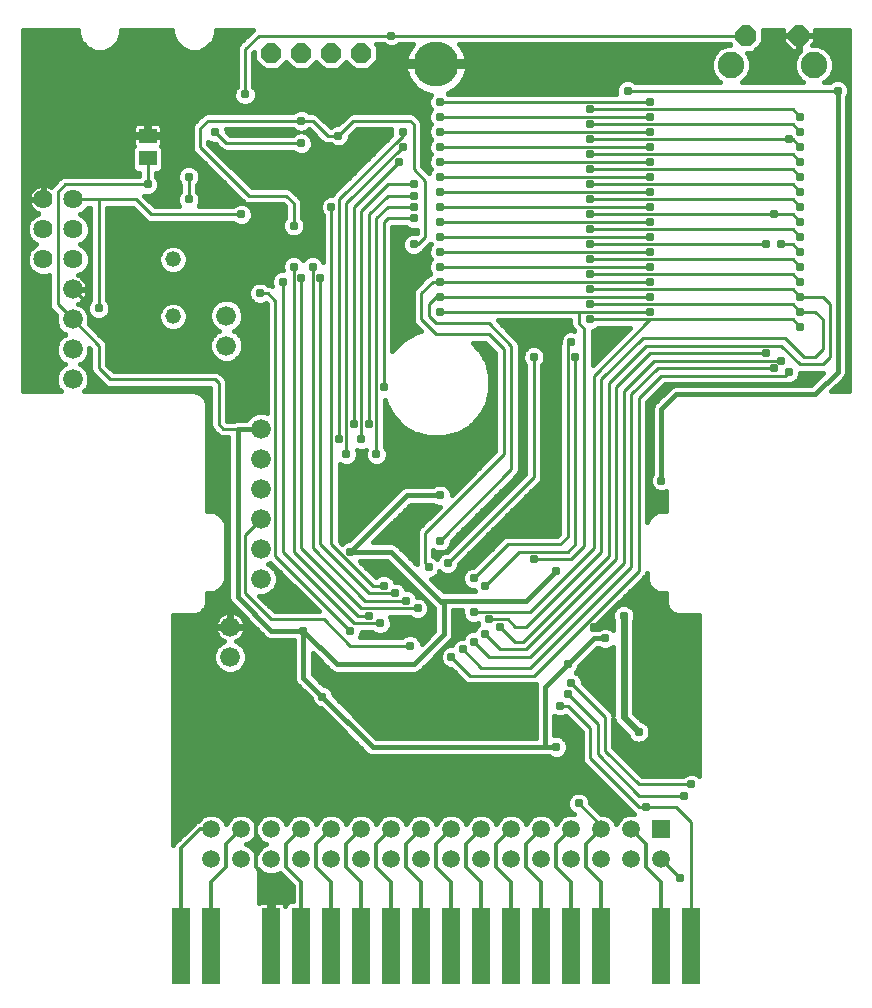
<source format=gbl>
G75*
%MOIN*%
%OFA0B0*%
%FSLAX24Y24*%
%IPPOS*%
%LPD*%
%AMOC8*
5,1,8,0,0,1.08239X$1,22.5*
%
%ADD10R,0.0600X0.2550*%
%ADD11C,0.0640*%
%ADD12C,0.0660*%
%ADD13OC8,0.0700*%
%ADD14C,0.0885*%
%ADD15C,0.0520*%
%ADD16R,0.0594X0.0594*%
%ADD17C,0.0594*%
%ADD18OC8,0.0660*%
%ADD19R,0.0591X0.0512*%
%ADD20C,0.0160*%
%ADD21C,0.0310*%
%ADD22C,0.0120*%
%ADD23C,0.0100*%
%ADD24C,0.1502*%
%ADD25C,0.0320*%
%ADD26C,0.0240*%
D10*
X005930Y003800D03*
X006930Y003800D03*
X008930Y003800D03*
X009930Y003800D03*
X010930Y003800D03*
X011930Y003800D03*
X012930Y003800D03*
X013930Y003800D03*
X014930Y003800D03*
X015930Y003800D03*
X016930Y003800D03*
X017930Y003800D03*
X018930Y003800D03*
X019930Y003800D03*
X021930Y003800D03*
X022930Y003800D03*
D11*
X002330Y026675D03*
X002330Y027675D03*
X002330Y028675D03*
X001330Y028675D03*
X001330Y027675D03*
X001330Y026675D03*
D12*
X002305Y025675D03*
X002305Y024675D03*
X002305Y023675D03*
X002305Y022675D03*
X007430Y023800D03*
X007430Y024800D03*
X008580Y021025D03*
X008580Y020025D03*
X008580Y019025D03*
X008580Y018025D03*
X008580Y017025D03*
X008580Y016025D03*
X007555Y014425D03*
X007555Y013425D03*
D13*
X024740Y034140D03*
X026520Y034140D03*
D14*
X027010Y033160D03*
X024250Y033160D03*
D15*
X005655Y026675D03*
X005655Y024775D03*
D16*
X021930Y007675D03*
D17*
X021930Y006675D03*
X020930Y006675D03*
X020930Y007675D03*
X019930Y007675D03*
X019930Y006675D03*
X018930Y006675D03*
X018930Y007675D03*
X017930Y007675D03*
X017930Y006675D03*
X016930Y006675D03*
X016930Y007675D03*
X015930Y007675D03*
X015930Y006675D03*
X014930Y006675D03*
X014930Y007675D03*
X013930Y007675D03*
X013930Y006675D03*
X012930Y006675D03*
X012930Y007675D03*
X011930Y007675D03*
X011930Y006675D03*
X010930Y006675D03*
X010930Y007675D03*
X009930Y007675D03*
X009930Y006675D03*
X008930Y006675D03*
X008930Y007675D03*
X007930Y007675D03*
X007930Y006675D03*
X006930Y006675D03*
X006930Y007675D03*
D18*
X008930Y033550D03*
X009930Y033550D03*
X010930Y033550D03*
X011930Y033550D03*
D19*
X004805Y030799D03*
X004805Y030051D03*
D20*
X005660Y014820D02*
X005660Y007156D01*
X005684Y007214D01*
X006309Y007839D01*
X006391Y007921D01*
X006476Y007956D01*
X006483Y007973D01*
X006632Y008122D01*
X006825Y008202D01*
X007035Y008202D01*
X007228Y008122D01*
X007377Y007973D01*
X007430Y007845D01*
X007483Y007973D01*
X007632Y008122D01*
X007825Y008202D01*
X008035Y008202D01*
X008228Y008122D01*
X008377Y007973D01*
X008430Y007845D01*
X008483Y007973D01*
X008632Y008122D01*
X008825Y008202D01*
X009035Y008202D01*
X009228Y008122D01*
X009377Y007973D01*
X009430Y007845D01*
X009483Y007973D01*
X009632Y008122D01*
X009825Y008202D01*
X010035Y008202D01*
X010228Y008122D01*
X010377Y007973D01*
X010430Y007845D01*
X010483Y007973D01*
X010632Y008122D01*
X010825Y008202D01*
X011035Y008202D01*
X011228Y008122D01*
X011377Y007973D01*
X011430Y007845D01*
X011483Y007973D01*
X011632Y008122D01*
X011825Y008202D01*
X012035Y008202D01*
X012228Y008122D01*
X012377Y007973D01*
X012430Y007845D01*
X012483Y007973D01*
X012632Y008122D01*
X012825Y008202D01*
X013035Y008202D01*
X013228Y008122D01*
X013377Y007973D01*
X013430Y007845D01*
X013483Y007973D01*
X013632Y008122D01*
X013825Y008202D01*
X014035Y008202D01*
X014228Y008122D01*
X014377Y007973D01*
X014430Y007845D01*
X014483Y007973D01*
X014632Y008122D01*
X014825Y008202D01*
X015035Y008202D01*
X015228Y008122D01*
X015377Y007973D01*
X015430Y007845D01*
X015483Y007973D01*
X015632Y008122D01*
X015825Y008202D01*
X016035Y008202D01*
X016228Y008122D01*
X016377Y007973D01*
X016430Y007845D01*
X016483Y007973D01*
X016632Y008122D01*
X016825Y008202D01*
X017035Y008202D01*
X017228Y008122D01*
X017377Y007973D01*
X017430Y007845D01*
X017483Y007973D01*
X017632Y008122D01*
X017825Y008202D01*
X018035Y008202D01*
X018228Y008122D01*
X018377Y007973D01*
X018430Y007845D01*
X018483Y007973D01*
X018632Y008122D01*
X018825Y008202D01*
X019014Y008202D01*
X018962Y008224D01*
X018854Y008332D01*
X018795Y008473D01*
X018795Y008627D01*
X018854Y008768D01*
X018962Y008876D01*
X019103Y008935D01*
X019257Y008935D01*
X019398Y008876D01*
X019506Y008768D01*
X019565Y008627D01*
X019565Y008561D01*
X019924Y008202D01*
X020035Y008202D01*
X020228Y008122D01*
X020377Y007973D01*
X020430Y007845D01*
X020483Y007973D01*
X020632Y008122D01*
X020825Y008202D01*
X021007Y008202D01*
X020943Y008266D01*
X020943Y008266D01*
X019318Y009891D01*
X019275Y009994D01*
X019275Y010934D01*
X018746Y011463D01*
X018632Y011415D01*
X018478Y011415D01*
X018365Y011462D01*
X018365Y010810D01*
X018507Y010810D01*
X018648Y010751D01*
X018756Y010643D01*
X018815Y010502D01*
X018815Y010348D01*
X018756Y010207D01*
X018648Y010099D01*
X018507Y010040D01*
X018353Y010040D01*
X018212Y010099D01*
X018196Y010115D01*
X012243Y010115D01*
X012129Y010162D01*
X010579Y011712D01*
X010556Y011712D01*
X010415Y011771D01*
X010306Y011879D01*
X010248Y012021D01*
X010248Y012044D01*
X009735Y012557D01*
X009687Y012671D01*
X009687Y013990D01*
X008868Y013990D01*
X008754Y014037D01*
X008667Y014124D01*
X007542Y015249D01*
X007495Y015363D01*
X007495Y020745D01*
X007274Y020745D01*
X007171Y020788D01*
X007093Y020866D01*
X006943Y021016D01*
X006900Y021119D01*
X006900Y022395D01*
X003499Y022395D01*
X003396Y022438D01*
X003318Y022516D01*
X002943Y022891D01*
X002900Y022994D01*
X002900Y023684D01*
X002865Y023719D01*
X002865Y023564D01*
X002780Y023358D01*
X002622Y023200D01*
X002561Y023175D01*
X002622Y023150D01*
X002780Y022992D01*
X002865Y022786D01*
X002865Y022564D01*
X002780Y022358D01*
X002702Y022280D01*
X006400Y022280D01*
X006577Y022207D01*
X006712Y022072D01*
X006785Y021895D01*
X006785Y018280D01*
X007025Y018280D01*
X007202Y018207D01*
X007337Y018072D01*
X007410Y017895D01*
X007410Y015955D01*
X007337Y015778D01*
X007202Y015643D01*
X007025Y015570D01*
X006785Y015570D01*
X006785Y015205D01*
X006712Y015028D01*
X006577Y014893D01*
X006400Y014820D01*
X005660Y014820D01*
X005660Y014663D02*
X007104Y014663D01*
X007119Y014692D02*
X007082Y014621D01*
X007058Y014544D01*
X007045Y014465D01*
X007045Y014443D01*
X007537Y014443D01*
X007537Y014407D01*
X007045Y014407D01*
X007045Y014385D01*
X007058Y014306D01*
X007082Y014229D01*
X007119Y014158D01*
X007166Y014093D01*
X007223Y014036D01*
X007288Y013989D01*
X007359Y013952D01*
X007362Y013951D01*
X007238Y013900D01*
X007080Y013742D01*
X006995Y013536D01*
X006995Y013314D01*
X007080Y013108D01*
X007238Y012950D01*
X007444Y012865D01*
X007666Y012865D01*
X007872Y012950D01*
X008030Y013108D01*
X008115Y013314D01*
X008115Y013536D01*
X008030Y013742D01*
X007872Y013900D01*
X007748Y013951D01*
X007751Y013952D01*
X007822Y013989D01*
X007887Y014036D01*
X007944Y014093D01*
X007991Y014158D01*
X008028Y014229D01*
X008052Y014306D01*
X008065Y014385D01*
X008065Y014407D01*
X007573Y014407D01*
X007573Y014443D01*
X008065Y014443D01*
X008065Y014465D01*
X008052Y014544D01*
X008028Y014621D01*
X007991Y014692D01*
X007944Y014757D01*
X007887Y014814D01*
X007822Y014861D01*
X007751Y014898D01*
X007674Y014922D01*
X007595Y014935D01*
X007573Y014935D01*
X007573Y014443D01*
X007537Y014443D01*
X007537Y014935D01*
X007515Y014935D01*
X007436Y014922D01*
X007359Y014898D01*
X007288Y014861D01*
X007223Y014814D01*
X007166Y014757D01*
X007119Y014692D01*
X007233Y014822D02*
X006404Y014822D01*
X006664Y014980D02*
X007812Y014980D01*
X007877Y014822D02*
X007970Y014822D01*
X008006Y014663D02*
X008129Y014663D01*
X008059Y014505D02*
X008287Y014505D01*
X008446Y014346D02*
X008059Y014346D01*
X008006Y014188D02*
X008604Y014188D01*
X008774Y014029D02*
X007878Y014029D01*
X007901Y013871D02*
X009687Y013871D01*
X009687Y013712D02*
X008042Y013712D01*
X008108Y013554D02*
X009687Y013554D01*
X009687Y013395D02*
X008115Y013395D01*
X008083Y013237D02*
X009687Y013237D01*
X009687Y013078D02*
X008000Y013078D01*
X007798Y012920D02*
X009687Y012920D01*
X009687Y012761D02*
X005660Y012761D01*
X005660Y012603D02*
X009716Y012603D01*
X009848Y012444D02*
X005660Y012444D01*
X005660Y012286D02*
X010006Y012286D01*
X010165Y012127D02*
X005660Y012127D01*
X005660Y011969D02*
X010269Y011969D01*
X010376Y011810D02*
X005660Y011810D01*
X005660Y011652D02*
X010640Y011652D01*
X010799Y011493D02*
X005660Y011493D01*
X005660Y011335D02*
X010957Y011335D01*
X011116Y011176D02*
X005660Y011176D01*
X005660Y011018D02*
X011274Y011018D01*
X011433Y010859D02*
X005660Y010859D01*
X005660Y010701D02*
X011591Y010701D01*
X011750Y010542D02*
X005660Y010542D01*
X005660Y010384D02*
X011908Y010384D01*
X012067Y010225D02*
X005660Y010225D01*
X005660Y010067D02*
X018289Y010067D01*
X018571Y010067D02*
X019275Y010067D01*
X019275Y010225D02*
X018764Y010225D01*
X018815Y010384D02*
X019275Y010384D01*
X019275Y010542D02*
X018798Y010542D01*
X018699Y010701D02*
X019275Y010701D01*
X019275Y010859D02*
X018365Y010859D01*
X018365Y011018D02*
X019192Y011018D01*
X019033Y011176D02*
X018365Y011176D01*
X018365Y011335D02*
X018875Y011335D01*
X019590Y012286D02*
X020330Y012286D01*
X020330Y012444D02*
X019432Y012444D01*
X019315Y012561D02*
X019315Y012627D01*
X019256Y012768D01*
X019148Y012876D01*
X019079Y012905D01*
X019131Y012957D01*
X019190Y013098D01*
X019190Y013122D01*
X019803Y013735D01*
X019826Y013735D01*
X019842Y013719D01*
X019983Y013660D01*
X020137Y013660D01*
X020278Y013719D01*
X020330Y013771D01*
X020330Y011493D01*
X020330Y011493D01*
X020292Y011584D01*
X020214Y011662D01*
X019315Y012561D01*
X019315Y012603D02*
X020330Y012603D01*
X020330Y012761D02*
X019259Y012761D01*
X019094Y012920D02*
X020330Y012920D01*
X020330Y013078D02*
X019182Y013078D01*
X019305Y013237D02*
X020330Y013237D01*
X020330Y013395D02*
X019463Y013395D01*
X019622Y013554D02*
X020330Y013554D01*
X020330Y013712D02*
X020262Y013712D01*
X020060Y014045D02*
X019675Y014045D01*
X018805Y013175D01*
X018055Y012425D01*
X018055Y010425D01*
X012305Y010425D01*
X010633Y012097D01*
X009997Y012733D01*
X009997Y014300D01*
X008930Y014300D01*
X007805Y015425D01*
X007805Y021000D01*
X007830Y021025D01*
X008580Y021025D01*
X008775Y021550D02*
X008691Y021585D01*
X008469Y021585D01*
X008263Y021500D01*
X008105Y021342D01*
X008102Y021335D01*
X007768Y021335D01*
X007696Y021305D01*
X007460Y021305D01*
X007460Y022606D01*
X007417Y022709D01*
X007339Y022787D01*
X007214Y022912D01*
X007111Y022955D01*
X003671Y022955D01*
X003460Y023166D01*
X003460Y023856D01*
X006870Y023856D01*
X006870Y023911D02*
X006870Y023689D01*
X006955Y023483D01*
X007113Y023325D01*
X007319Y023240D01*
X007541Y023240D01*
X007747Y023325D01*
X007905Y023483D01*
X007990Y023689D01*
X007990Y023911D01*
X007905Y024117D01*
X007747Y024275D01*
X007686Y024300D01*
X007747Y024325D01*
X007905Y024483D01*
X007990Y024689D01*
X007990Y024911D01*
X007905Y025117D01*
X007747Y025275D01*
X007541Y025360D01*
X007319Y025360D01*
X007113Y025275D01*
X006955Y025117D01*
X006870Y024911D01*
X006870Y024689D01*
X006955Y024483D01*
X007113Y024325D01*
X007174Y024300D01*
X007113Y024275D01*
X006955Y024117D01*
X006870Y023911D01*
X006913Y024015D02*
X003361Y024015D01*
X003339Y024037D02*
X002850Y024526D01*
X002865Y024564D01*
X002865Y024786D01*
X002780Y024992D01*
X002622Y025150D01*
X002498Y025201D01*
X002501Y025202D01*
X002572Y025239D01*
X002637Y025286D01*
X002694Y025343D01*
X002741Y025408D01*
X002778Y025479D01*
X002802Y025556D01*
X002815Y025635D01*
X002815Y025657D01*
X002323Y025657D01*
X002323Y025693D01*
X002815Y025693D01*
X002815Y025715D01*
X002802Y025794D01*
X002778Y025871D01*
X002741Y025942D01*
X002694Y026007D01*
X002637Y026064D01*
X002572Y026111D01*
X002501Y026148D01*
X002497Y026149D01*
X002642Y026209D01*
X002796Y026363D01*
X002880Y026566D01*
X002880Y026784D01*
X002796Y026987D01*
X002642Y027141D01*
X002560Y027175D01*
X002642Y027209D01*
X002796Y027363D01*
X002880Y027566D01*
X002880Y027784D01*
X002796Y027987D01*
X002642Y028141D01*
X002560Y028175D01*
X002642Y028209D01*
X002796Y028363D01*
X002809Y028395D01*
X002900Y028395D01*
X002900Y025314D01*
X002854Y025268D01*
X002795Y025127D01*
X002795Y024973D01*
X002854Y024832D01*
X002962Y024724D01*
X003103Y024665D01*
X003257Y024665D01*
X003398Y024724D01*
X003506Y024832D01*
X003565Y024973D01*
X003565Y025127D01*
X003506Y025268D01*
X003460Y025314D01*
X003460Y028395D01*
X004314Y028395D01*
X004771Y027938D01*
X004874Y027895D01*
X007666Y027895D01*
X007712Y027849D01*
X007853Y027790D01*
X008007Y027790D01*
X008148Y027849D01*
X008256Y027957D01*
X008315Y028098D01*
X008315Y028252D01*
X008256Y028393D01*
X008148Y028501D01*
X008007Y028560D01*
X007853Y028560D01*
X007712Y028501D01*
X007666Y028455D01*
X006504Y028455D01*
X006506Y028457D01*
X006565Y028598D01*
X006565Y028752D01*
X006506Y028893D01*
X006460Y028939D01*
X006460Y029161D01*
X006506Y029207D01*
X006565Y029348D01*
X006565Y029502D01*
X006506Y029643D01*
X006398Y029751D01*
X006257Y029810D01*
X006103Y029810D01*
X005962Y029751D01*
X005854Y029643D01*
X005795Y029502D01*
X005795Y029348D01*
X005854Y029207D01*
X005900Y029161D01*
X005900Y028939D01*
X005854Y028893D01*
X005795Y028752D01*
X005795Y028598D01*
X005854Y028457D01*
X005856Y028455D01*
X005046Y028455D01*
X004699Y028802D01*
X004728Y028790D01*
X004882Y028790D01*
X005023Y028849D01*
X005131Y028957D01*
X005190Y029098D01*
X005190Y029252D01*
X005131Y029393D01*
X005085Y029439D01*
X005085Y029565D01*
X005196Y029565D01*
X005330Y029700D01*
X005330Y030402D01*
X005265Y030468D01*
X005268Y030474D01*
X005280Y030519D01*
X005280Y030751D01*
X004853Y030751D01*
X004853Y030847D01*
X005280Y030847D01*
X005280Y031079D01*
X005268Y031124D01*
X005244Y031165D01*
X005211Y031199D01*
X005170Y031223D01*
X005124Y031235D01*
X004853Y031235D01*
X004853Y030847D01*
X004757Y030847D01*
X004757Y030751D01*
X004330Y030751D01*
X004330Y030519D01*
X004342Y030474D01*
X004345Y030468D01*
X004280Y030402D01*
X004280Y029700D01*
X004414Y029565D01*
X004525Y029565D01*
X004525Y029455D01*
X001999Y029455D01*
X001896Y029412D01*
X001646Y029162D01*
X001588Y029104D01*
X001522Y029138D01*
X001447Y029163D01*
X001369Y029175D01*
X001339Y029175D01*
X001339Y028684D01*
X001321Y028684D01*
X001321Y029175D01*
X001291Y029175D01*
X001213Y029163D01*
X001138Y029138D01*
X001068Y029103D01*
X001004Y029056D01*
X000949Y029001D01*
X000902Y028937D01*
X000867Y028867D01*
X000842Y028792D01*
X000830Y028714D01*
X000830Y028684D01*
X001321Y028684D01*
X001321Y028666D01*
X000830Y028666D01*
X000830Y028636D01*
X000842Y028558D01*
X000867Y028483D01*
X000902Y028413D01*
X000949Y028349D01*
X001004Y028294D01*
X000660Y028294D01*
X000660Y028136D02*
X001013Y028136D01*
X001018Y028141D02*
X000864Y027987D01*
X000780Y027784D01*
X000780Y027566D01*
X000864Y027363D01*
X001018Y027209D01*
X001100Y027175D01*
X001018Y027141D01*
X000864Y026987D01*
X000780Y026784D01*
X000780Y026566D01*
X000864Y026363D01*
X001018Y026209D01*
X001221Y026125D01*
X001439Y026125D01*
X001525Y026160D01*
X001525Y025119D01*
X001568Y025016D01*
X001760Y024824D01*
X001745Y024786D01*
X001745Y024564D01*
X001830Y024358D01*
X001988Y024200D01*
X002049Y024175D01*
X001988Y024150D01*
X001830Y023992D01*
X001745Y023786D01*
X001745Y023564D01*
X001830Y023358D01*
X001988Y023200D01*
X002049Y023175D01*
X001988Y023150D01*
X001830Y022992D01*
X001745Y022786D01*
X001745Y022564D01*
X001830Y022358D01*
X001908Y022280D01*
X000660Y022280D01*
X000660Y034320D01*
X002483Y034320D01*
X002483Y034185D01*
X002594Y033918D01*
X002798Y033714D01*
X003065Y033603D01*
X003354Y033603D01*
X003621Y033714D01*
X003825Y033918D01*
X003936Y034185D01*
X003936Y034320D01*
X005633Y034320D01*
X005633Y034185D01*
X005744Y033918D01*
X005948Y033714D01*
X006215Y033603D01*
X006504Y033603D01*
X006770Y033714D01*
X006975Y033918D01*
X007085Y034185D01*
X007085Y034320D01*
X008304Y034320D01*
X007896Y033912D01*
X007818Y033834D01*
X007775Y033731D01*
X007775Y032439D01*
X007729Y032393D01*
X007670Y032252D01*
X007670Y032098D01*
X000660Y032098D01*
X000660Y031940D02*
X007746Y031940D01*
X007729Y031957D02*
X007837Y031849D01*
X007978Y031790D01*
X008132Y031790D01*
X008273Y031849D01*
X008381Y031957D01*
X008440Y032098D01*
X014210Y032098D01*
X014229Y032143D02*
X014170Y032002D01*
X014170Y031848D01*
X014229Y031707D01*
X014261Y031675D01*
X014229Y031643D01*
X014170Y031502D01*
X014170Y031348D01*
X014229Y031207D01*
X014261Y031175D01*
X014229Y031143D01*
X014170Y031002D01*
X014170Y030848D01*
X014229Y030707D01*
X014261Y030675D01*
X014229Y030643D01*
X014170Y030502D01*
X014170Y030348D01*
X014229Y030207D01*
X014261Y030175D01*
X014229Y030143D01*
X014170Y030002D01*
X014170Y029848D01*
X014229Y029707D01*
X014261Y029675D01*
X014229Y029643D01*
X014193Y029558D01*
X013960Y029791D01*
X013960Y031231D01*
X013917Y031334D01*
X013792Y031459D01*
X013714Y031537D01*
X013611Y031580D01*
X011611Y031580D01*
X011509Y031537D01*
X011156Y031185D01*
X011091Y031185D01*
X010949Y031126D01*
X010912Y031089D01*
X010464Y031537D01*
X010361Y031580D01*
X010194Y031580D01*
X010148Y031626D01*
X010007Y031685D01*
X009853Y031685D01*
X009712Y031626D01*
X009666Y031580D01*
X006749Y031580D01*
X006646Y031537D01*
X006568Y031459D01*
X006318Y031209D01*
X006275Y031106D01*
X006275Y030369D01*
X006318Y030266D01*
X006396Y030188D01*
X008021Y028563D01*
X008124Y028520D01*
X009314Y028520D01*
X009400Y028434D01*
X009400Y028064D01*
X009354Y028018D01*
X009295Y027877D01*
X009295Y027723D01*
X009354Y027582D01*
X009462Y027474D01*
X009603Y027415D01*
X009757Y027415D01*
X009898Y027474D01*
X010006Y027582D01*
X010065Y027723D01*
X010065Y027877D01*
X010006Y028018D01*
X009960Y028064D01*
X009960Y028606D01*
X009917Y028709D01*
X009667Y028959D01*
X009589Y029037D01*
X009486Y029080D01*
X008296Y029080D01*
X006835Y030541D01*
X006835Y030601D01*
X006837Y030599D01*
X006978Y030540D01*
X007044Y030540D01*
X007193Y030391D01*
X007271Y030313D01*
X007374Y030270D01*
X009666Y030270D01*
X009712Y030224D01*
X009853Y030165D01*
X010007Y030165D01*
X010148Y030224D01*
X010256Y030332D01*
X010315Y030473D01*
X010315Y030627D01*
X010256Y030768D01*
X010148Y030876D01*
X010031Y030925D01*
X010148Y030974D01*
X010192Y031017D01*
X010568Y030641D01*
X010646Y030563D01*
X010749Y030520D01*
X010903Y030520D01*
X010949Y030474D01*
X011091Y030415D01*
X011244Y030415D01*
X011385Y030474D01*
X011494Y030582D01*
X011552Y030723D01*
X011552Y030789D01*
X011783Y031020D01*
X012928Y031020D01*
X012920Y031002D01*
X012920Y030848D01*
X012931Y030822D01*
X011021Y028912D01*
X010943Y028834D01*
X010933Y028810D01*
X010853Y028810D01*
X010712Y028751D01*
X010604Y028643D01*
X010545Y028502D01*
X010545Y028348D01*
X010604Y028207D01*
X010650Y028161D01*
X010650Y026598D01*
X010631Y026643D01*
X010523Y026751D01*
X010382Y026810D01*
X010228Y026810D01*
X010087Y026751D01*
X009993Y026657D01*
X009898Y026751D01*
X009757Y026810D01*
X009603Y026810D01*
X009462Y026751D01*
X009354Y026643D01*
X009295Y026502D01*
X009295Y026348D01*
X009311Y026310D01*
X009228Y026310D01*
X009087Y026251D01*
X008979Y026143D01*
X008920Y026002D01*
X008920Y025848D01*
X008941Y025797D01*
X008861Y025830D01*
X008819Y025830D01*
X008773Y025876D01*
X008632Y025935D01*
X008478Y025935D01*
X008337Y025876D01*
X008229Y025768D01*
X008170Y025627D01*
X008170Y025473D01*
X008229Y025332D01*
X008337Y025224D01*
X008478Y025165D01*
X008632Y025165D01*
X008746Y025213D01*
X008775Y025184D01*
X008775Y021550D01*
X008775Y021637D02*
X007460Y021637D01*
X007460Y021479D02*
X008242Y021479D01*
X007732Y021320D02*
X007460Y021320D01*
X007114Y020845D02*
X006785Y020845D01*
X006785Y021003D02*
X006956Y021003D01*
X006900Y021162D02*
X006785Y021162D01*
X006785Y021320D02*
X006900Y021320D01*
X006900Y021479D02*
X006785Y021479D01*
X006785Y021637D02*
X006900Y021637D01*
X006900Y021796D02*
X006785Y021796D01*
X006761Y021954D02*
X006900Y021954D01*
X006900Y022113D02*
X006671Y022113D01*
X006900Y022271D02*
X006422Y022271D01*
X007221Y022905D02*
X008775Y022905D01*
X008775Y022747D02*
X007379Y022747D01*
X007460Y022588D02*
X008775Y022588D01*
X008775Y022430D02*
X007460Y022430D01*
X007460Y022271D02*
X008775Y022271D01*
X008775Y022113D02*
X007460Y022113D01*
X007460Y021954D02*
X008775Y021954D01*
X008775Y021796D02*
X007460Y021796D01*
X007495Y020686D02*
X006785Y020686D01*
X006785Y020528D02*
X007495Y020528D01*
X007495Y020369D02*
X006785Y020369D01*
X006785Y020211D02*
X007495Y020211D01*
X007495Y020052D02*
X006785Y020052D01*
X006785Y019894D02*
X007495Y019894D01*
X007495Y019735D02*
X006785Y019735D01*
X006785Y019577D02*
X007495Y019577D01*
X007495Y019418D02*
X006785Y019418D01*
X006785Y019260D02*
X007495Y019260D01*
X007495Y019101D02*
X006785Y019101D01*
X006785Y018943D02*
X007495Y018943D01*
X007495Y018784D02*
X006785Y018784D01*
X006785Y018626D02*
X007495Y018626D01*
X007495Y018467D02*
X006785Y018467D01*
X006785Y018309D02*
X007495Y018309D01*
X007495Y018150D02*
X007259Y018150D01*
X007370Y017992D02*
X007495Y017992D01*
X007495Y017833D02*
X007410Y017833D01*
X007410Y017675D02*
X007495Y017675D01*
X007495Y017516D02*
X007410Y017516D01*
X007410Y017358D02*
X007495Y017358D01*
X007495Y017199D02*
X007410Y017199D01*
X007410Y017041D02*
X007495Y017041D01*
X007495Y016882D02*
X007410Y016882D01*
X007410Y016724D02*
X007495Y016724D01*
X007495Y016565D02*
X007410Y016565D01*
X007410Y016407D02*
X007495Y016407D01*
X007495Y016248D02*
X007410Y016248D01*
X007410Y016090D02*
X007495Y016090D01*
X007495Y015931D02*
X007400Y015931D01*
X007331Y015773D02*
X007495Y015773D01*
X007495Y015614D02*
X007132Y015614D01*
X006785Y015456D02*
X007495Y015456D01*
X007522Y015297D02*
X006785Y015297D01*
X006758Y015139D02*
X007653Y015139D01*
X007573Y014822D02*
X007537Y014822D01*
X007537Y014663D02*
X007573Y014663D01*
X007573Y014505D02*
X007537Y014505D01*
X007051Y014505D02*
X005660Y014505D01*
X005660Y014346D02*
X007051Y014346D01*
X007104Y014188D02*
X005660Y014188D01*
X005660Y014029D02*
X007232Y014029D01*
X007209Y013871D02*
X005660Y013871D01*
X005660Y013712D02*
X007068Y013712D01*
X007002Y013554D02*
X005660Y013554D01*
X005660Y013395D02*
X006995Y013395D01*
X007027Y013237D02*
X005660Y013237D01*
X005660Y013078D02*
X007110Y013078D01*
X007312Y012920D02*
X005660Y012920D01*
X005660Y009908D02*
X019311Y009908D01*
X019460Y009750D02*
X005660Y009750D01*
X005660Y009591D02*
X019618Y009591D01*
X019777Y009433D02*
X005660Y009433D01*
X005660Y009274D02*
X019935Y009274D01*
X020094Y009116D02*
X005660Y009116D01*
X005660Y008957D02*
X020252Y008957D01*
X020411Y008799D02*
X019476Y008799D01*
X019559Y008640D02*
X020569Y008640D01*
X020728Y008482D02*
X019644Y008482D01*
X019803Y008323D02*
X020886Y008323D01*
X020735Y008165D02*
X020125Y008165D01*
X020344Y008006D02*
X020516Y008006D01*
X020431Y007848D02*
X020429Y007848D01*
X018863Y008323D02*
X005660Y008323D01*
X005660Y008165D02*
X006735Y008165D01*
X006516Y008006D02*
X005660Y008006D01*
X005660Y007848D02*
X006317Y007848D01*
X006159Y007689D02*
X005660Y007689D01*
X005660Y007531D02*
X006000Y007531D01*
X005842Y007372D02*
X005660Y007372D01*
X005660Y007214D02*
X005684Y007214D01*
X005660Y008482D02*
X018795Y008482D01*
X018801Y008640D02*
X005660Y008640D01*
X005660Y008799D02*
X018884Y008799D01*
X018735Y008165D02*
X018125Y008165D01*
X018344Y008006D02*
X018516Y008006D01*
X018431Y007848D02*
X018429Y007848D01*
X017735Y008165D02*
X017125Y008165D01*
X017344Y008006D02*
X017516Y008006D01*
X017431Y007848D02*
X017429Y007848D01*
X016735Y008165D02*
X016125Y008165D01*
X016344Y008006D02*
X016516Y008006D01*
X016431Y007848D02*
X016429Y007848D01*
X015735Y008165D02*
X015125Y008165D01*
X015344Y008006D02*
X015516Y008006D01*
X015431Y007848D02*
X015429Y007848D01*
X014735Y008165D02*
X014125Y008165D01*
X014344Y008006D02*
X014516Y008006D01*
X014431Y007848D02*
X014429Y007848D01*
X013735Y008165D02*
X013125Y008165D01*
X013344Y008006D02*
X013516Y008006D01*
X013431Y007848D02*
X013429Y007848D01*
X012735Y008165D02*
X012125Y008165D01*
X012344Y008006D02*
X012516Y008006D01*
X012431Y007848D02*
X012429Y007848D01*
X011735Y008165D02*
X011125Y008165D01*
X011344Y008006D02*
X011516Y008006D01*
X011431Y007848D02*
X011429Y007848D01*
X010735Y008165D02*
X010125Y008165D01*
X010344Y008006D02*
X010516Y008006D01*
X010431Y007848D02*
X010429Y007848D01*
X009735Y008165D02*
X009125Y008165D01*
X009344Y008006D02*
X009516Y008006D01*
X009431Y007848D02*
X009429Y007848D01*
X008735Y008165D02*
X008125Y008165D01*
X008344Y008006D02*
X008516Y008006D01*
X008431Y007848D02*
X008429Y007848D01*
X008430Y007505D02*
X008483Y007377D01*
X008632Y007228D01*
X008760Y007175D01*
X008632Y007122D01*
X008483Y006973D01*
X008430Y006845D01*
X008377Y006973D01*
X008228Y007122D01*
X008100Y007175D01*
X008228Y007228D01*
X008377Y007377D01*
X008430Y007505D01*
X008372Y007372D02*
X008488Y007372D01*
X008667Y007214D02*
X008193Y007214D01*
X008295Y007055D02*
X008565Y007055D01*
X008451Y006897D02*
X008409Y006897D01*
X008496Y006363D02*
X008632Y006228D01*
X008825Y006148D01*
X009035Y006148D01*
X009220Y006225D01*
X009266Y006179D01*
X009640Y005805D01*
X009640Y005305D01*
X009535Y005305D01*
X009400Y005170D01*
X009400Y005136D01*
X009398Y005144D01*
X009374Y005186D01*
X009341Y005219D01*
X009299Y005243D01*
X009254Y005255D01*
X009000Y005255D01*
X009000Y004550D01*
X008860Y004550D01*
X008860Y005255D01*
X008606Y005255D01*
X008561Y005243D01*
X008535Y005228D01*
X008535Y006270D01*
X008496Y006363D01*
X008535Y006263D02*
X008597Y006263D01*
X008535Y006104D02*
X009341Y006104D01*
X009499Y005946D02*
X008535Y005946D01*
X008535Y005787D02*
X009640Y005787D01*
X009640Y005629D02*
X008535Y005629D01*
X008535Y005470D02*
X009640Y005470D01*
X009640Y005312D02*
X008535Y005312D01*
X008860Y005153D02*
X009000Y005153D01*
X009000Y004995D02*
X008860Y004995D01*
X008860Y004836D02*
X009000Y004836D01*
X009000Y004678D02*
X008860Y004678D01*
X009393Y005153D02*
X009400Y005153D01*
X007431Y007848D02*
X007429Y007848D01*
X007344Y008006D02*
X007516Y008006D01*
X007735Y008165D02*
X007125Y008165D01*
X010566Y012603D02*
X015357Y012603D01*
X015318Y012641D02*
X015396Y012563D01*
X015499Y012520D01*
X017736Y012520D01*
X017764Y012532D01*
X017745Y012487D01*
X017745Y010735D01*
X012433Y010735D01*
X011018Y012151D01*
X011018Y012174D01*
X010959Y012315D01*
X010851Y012424D01*
X010709Y012482D01*
X010686Y012482D01*
X010307Y012861D01*
X010307Y013552D01*
X010860Y012999D01*
X010947Y012912D01*
X011061Y012865D01*
X013742Y012865D01*
X013856Y012912D01*
X013943Y012999D01*
X013943Y012999D01*
X014856Y013912D01*
X014943Y013999D01*
X014990Y014113D01*
X014990Y014990D01*
X015295Y014990D01*
X015295Y014848D01*
X015354Y014707D01*
X015462Y014599D01*
X015603Y014540D01*
X015757Y014540D01*
X015810Y014562D01*
X015836Y014500D01*
X015729Y014393D01*
X015694Y014310D01*
X015603Y014310D01*
X015462Y014251D01*
X015354Y014143D01*
X015319Y014060D01*
X015228Y014060D01*
X015087Y014001D01*
X014979Y013893D01*
X014944Y013810D01*
X014853Y013810D01*
X014712Y013751D01*
X014604Y013643D01*
X014545Y013502D01*
X014545Y013348D01*
X014604Y013207D01*
X014712Y013099D01*
X014853Y013040D01*
X014919Y013040D01*
X015318Y012641D01*
X015198Y012761D02*
X010407Y012761D01*
X010307Y012920D02*
X010939Y012920D01*
X010781Y013078D02*
X010307Y013078D01*
X010307Y013237D02*
X010622Y013237D01*
X010464Y013395D02*
X010307Y013395D01*
X011122Y013175D02*
X009997Y014300D01*
X010504Y014955D02*
X009046Y014955D01*
X008536Y015465D01*
X008691Y015465D01*
X008897Y015550D01*
X009055Y015708D01*
X009140Y015914D01*
X009140Y016136D01*
X009055Y016342D01*
X008897Y016500D01*
X008836Y016525D01*
X008897Y016550D01*
X008903Y016556D01*
X010504Y014955D01*
X010479Y014980D02*
X009021Y014980D01*
X008862Y015139D02*
X010321Y015139D01*
X010162Y015297D02*
X008704Y015297D01*
X008545Y015456D02*
X010004Y015456D01*
X009845Y015614D02*
X008961Y015614D01*
X009082Y015773D02*
X009686Y015773D01*
X009528Y015931D02*
X009140Y015931D01*
X009140Y016090D02*
X009369Y016090D01*
X009211Y016248D02*
X009094Y016248D01*
X009052Y016407D02*
X008990Y016407D01*
X011210Y017291D02*
X011210Y019851D01*
X011212Y019849D01*
X011353Y019790D01*
X011507Y019790D01*
X011648Y019849D01*
X011756Y019957D01*
X011815Y020098D01*
X011815Y020252D01*
X011788Y020317D01*
X011853Y020290D01*
X012007Y020290D01*
X012072Y020317D01*
X012045Y020252D01*
X012045Y020098D01*
X012104Y019957D01*
X012212Y019849D01*
X012353Y019790D01*
X012507Y019790D01*
X012648Y019849D01*
X012756Y019957D01*
X012815Y020098D01*
X012815Y020252D01*
X012756Y020393D01*
X012710Y020439D01*
X012710Y021995D01*
X012748Y021853D01*
X012986Y021442D01*
X013322Y021106D01*
X013733Y020868D01*
X014192Y020745D01*
X014668Y020745D01*
X015127Y020868D01*
X015538Y021106D01*
X015874Y021442D01*
X016112Y021853D01*
X016235Y022312D01*
X016235Y022788D01*
X016112Y023247D01*
X015874Y023658D01*
X015638Y023895D01*
X016064Y023895D01*
X016400Y023559D01*
X016400Y020291D01*
X014940Y018831D01*
X014940Y018895D01*
X014881Y019036D01*
X014773Y019145D01*
X014632Y019203D01*
X014478Y019203D01*
X014337Y019145D01*
X014321Y019128D01*
X013387Y019128D01*
X013273Y019081D01*
X011512Y017321D01*
X011489Y017321D01*
X011348Y017262D01*
X011293Y017208D01*
X011210Y017291D01*
X011210Y017358D02*
X011549Y017358D01*
X011708Y017516D02*
X011210Y017516D01*
X011210Y017675D02*
X011866Y017675D01*
X012025Y017833D02*
X011210Y017833D01*
X011210Y017992D02*
X012183Y017992D01*
X012342Y018150D02*
X011210Y018150D01*
X011210Y018309D02*
X012500Y018309D01*
X012659Y018467D02*
X011210Y018467D01*
X011210Y018626D02*
X012817Y018626D01*
X012976Y018784D02*
X011210Y018784D01*
X011210Y018943D02*
X013134Y018943D01*
X013321Y019101D02*
X011210Y019101D01*
X011210Y019260D02*
X015369Y019260D01*
X015527Y019418D02*
X011210Y019418D01*
X011210Y019577D02*
X015686Y019577D01*
X015844Y019735D02*
X011210Y019735D01*
X011693Y019894D02*
X012167Y019894D01*
X012064Y020052D02*
X011796Y020052D01*
X011815Y020211D02*
X012045Y020211D01*
X012693Y019894D02*
X016003Y019894D01*
X016161Y020052D02*
X012796Y020052D01*
X012815Y020211D02*
X016320Y020211D01*
X016400Y020369D02*
X012766Y020369D01*
X012710Y020528D02*
X016400Y020528D01*
X016400Y020686D02*
X012710Y020686D01*
X012710Y020845D02*
X013821Y020845D01*
X013499Y021003D02*
X012710Y021003D01*
X012710Y021162D02*
X013266Y021162D01*
X013107Y021320D02*
X012710Y021320D01*
X012710Y021479D02*
X012964Y021479D01*
X012873Y021637D02*
X012710Y021637D01*
X012710Y021796D02*
X012781Y021796D01*
X012721Y021954D02*
X012710Y021954D01*
X012960Y023614D02*
X012960Y027770D01*
X013416Y027770D01*
X013462Y027724D01*
X013603Y027665D01*
X013757Y027665D01*
X013775Y027673D01*
X013775Y027552D01*
X013757Y027560D01*
X013603Y027560D01*
X013462Y027501D01*
X013354Y027393D01*
X013295Y027252D01*
X013295Y027098D01*
X013354Y026957D01*
X013462Y026849D01*
X013603Y026790D01*
X013757Y026790D01*
X013898Y026849D01*
X014006Y026957D01*
X014023Y026997D01*
X014214Y027188D01*
X014231Y027205D01*
X014261Y027175D01*
X014229Y027143D01*
X014170Y027002D01*
X014170Y026848D01*
X014229Y026707D01*
X014261Y026675D01*
X014229Y026643D01*
X014170Y026502D01*
X014170Y026348D01*
X014229Y026207D01*
X014236Y026199D01*
X014146Y026162D01*
X014068Y026084D01*
X014068Y026084D01*
X013771Y025787D01*
X013693Y025709D01*
X013650Y025606D01*
X013650Y024619D01*
X013693Y024516D01*
X013771Y024438D01*
X013926Y024283D01*
X013733Y024232D01*
X013322Y023994D01*
X012986Y023658D01*
X012960Y023614D01*
X012960Y023698D02*
X013025Y023698D01*
X012960Y023856D02*
X013183Y023856D01*
X013357Y024015D02*
X012960Y024015D01*
X012960Y024173D02*
X013631Y024173D01*
X013877Y024332D02*
X012960Y024332D01*
X012960Y024490D02*
X013719Y024490D01*
X013650Y024649D02*
X012960Y024649D01*
X012960Y024807D02*
X013650Y024807D01*
X013650Y024966D02*
X012960Y024966D01*
X012960Y025124D02*
X013650Y025124D01*
X013650Y025283D02*
X012960Y025283D01*
X012960Y025441D02*
X013650Y025441D01*
X013650Y025600D02*
X012960Y025600D01*
X012960Y025758D02*
X013742Y025758D01*
X013771Y025787D02*
X013771Y025787D01*
X013901Y025917D02*
X012960Y025917D01*
X012960Y026075D02*
X014059Y026075D01*
X014218Y026234D02*
X012960Y026234D01*
X012960Y026392D02*
X014170Y026392D01*
X014190Y026551D02*
X012960Y026551D01*
X012960Y026709D02*
X014228Y026709D01*
X014170Y026868D02*
X013917Y026868D01*
X014052Y027026D02*
X014180Y027026D01*
X014211Y027185D02*
X014251Y027185D01*
X014214Y027188D02*
X014214Y027188D01*
X013775Y027660D02*
X012960Y027660D01*
X012960Y027502D02*
X013462Y027502D01*
X013333Y027343D02*
X012960Y027343D01*
X012960Y027185D02*
X013295Y027185D01*
X013325Y027026D02*
X012960Y027026D01*
X012960Y026868D02*
X013443Y026868D01*
X014189Y029562D02*
X014195Y029562D01*
X014223Y029721D02*
X014030Y029721D01*
X013960Y029879D02*
X014170Y029879D01*
X014185Y030038D02*
X013960Y030038D01*
X013960Y030196D02*
X014239Y030196D01*
X014170Y030355D02*
X013960Y030355D01*
X013960Y030513D02*
X014175Y030513D01*
X014257Y030672D02*
X013960Y030672D01*
X013960Y030830D02*
X014178Y030830D01*
X014170Y030989D02*
X013960Y030989D01*
X013960Y031147D02*
X014233Y031147D01*
X014188Y031306D02*
X013929Y031306D01*
X013787Y031464D02*
X014170Y031464D01*
X014220Y031623D02*
X010152Y031623D01*
X010537Y031464D02*
X011435Y031464D01*
X011277Y031306D02*
X010695Y031306D01*
X010854Y031147D02*
X010999Y031147D01*
X010910Y030513D02*
X010315Y030513D01*
X010296Y030672D02*
X010537Y030672D01*
X010379Y030830D02*
X010194Y030830D01*
X010163Y030989D02*
X010220Y030989D01*
X009829Y030925D02*
X009712Y030876D01*
X009666Y030830D01*
X007546Y030830D01*
X007440Y030936D01*
X007440Y031002D01*
X007432Y031020D01*
X009666Y031020D01*
X009712Y030974D01*
X009829Y030925D01*
X009697Y030989D02*
X007440Y030989D01*
X007546Y030830D02*
X009666Y030830D01*
X009778Y030196D02*
X007180Y030196D01*
X007229Y030355D02*
X007021Y030355D01*
X007071Y030513D02*
X006863Y030513D01*
X006388Y030196D02*
X005330Y030196D01*
X005330Y030038D02*
X006546Y030038D01*
X006705Y029879D02*
X005330Y029879D01*
X005330Y029721D02*
X005931Y029721D01*
X005820Y029562D02*
X005085Y029562D01*
X005121Y029404D02*
X005795Y029404D01*
X005838Y029245D02*
X005190Y029245D01*
X005185Y029087D02*
X005900Y029087D01*
X005889Y028928D02*
X005103Y028928D01*
X004890Y028611D02*
X005795Y028611D01*
X005802Y028770D02*
X004731Y028770D01*
X004415Y028294D02*
X003460Y028294D01*
X003460Y028136D02*
X004573Y028136D01*
X004732Y027977D02*
X003460Y027977D01*
X003460Y027819D02*
X007785Y027819D01*
X008075Y027819D02*
X009295Y027819D01*
X009321Y027660D02*
X003460Y027660D01*
X003460Y027502D02*
X009434Y027502D01*
X009337Y027977D02*
X008265Y027977D01*
X008315Y028136D02*
X009400Y028136D01*
X009400Y028294D02*
X008297Y028294D01*
X008197Y028453D02*
X009381Y028453D01*
X009698Y028928D02*
X011037Y028928D01*
X011196Y029087D02*
X008289Y029087D01*
X008131Y029245D02*
X011354Y029245D01*
X011513Y029404D02*
X007972Y029404D01*
X007814Y029562D02*
X011671Y029562D01*
X011830Y029721D02*
X007655Y029721D01*
X007497Y029879D02*
X011988Y029879D01*
X012147Y030038D02*
X007338Y030038D01*
X006863Y029721D02*
X006429Y029721D01*
X006540Y029562D02*
X007022Y029562D01*
X007180Y029404D02*
X006565Y029404D01*
X006522Y029245D02*
X007339Y029245D01*
X007497Y029087D02*
X006460Y029087D01*
X006471Y028928D02*
X007656Y028928D01*
X007814Y028770D02*
X006558Y028770D01*
X006565Y028611D02*
X007973Y028611D01*
X009420Y026709D02*
X006145Y026709D01*
X006145Y026772D02*
X006145Y026578D01*
X006070Y026397D01*
X005933Y026260D01*
X005752Y026185D01*
X005558Y026185D01*
X005377Y026260D01*
X005240Y026397D01*
X005165Y026578D01*
X005165Y026772D01*
X005240Y026953D01*
X005377Y027090D01*
X005558Y027165D01*
X005752Y027165D01*
X005933Y027090D01*
X006070Y026953D01*
X006145Y026772D01*
X006106Y026868D02*
X010650Y026868D01*
X010650Y027026D02*
X005997Y027026D01*
X006134Y026551D02*
X009315Y026551D01*
X009295Y026392D02*
X006065Y026392D01*
X005870Y026234D02*
X009069Y026234D01*
X008950Y026075D02*
X003460Y026075D01*
X003460Y025917D02*
X008434Y025917D01*
X008676Y025917D02*
X008920Y025917D01*
X008224Y025758D02*
X003460Y025758D01*
X003460Y025600D02*
X008170Y025600D01*
X008183Y025441D02*
X003460Y025441D01*
X003492Y025283D02*
X007132Y025283D01*
X006962Y025124D02*
X005999Y025124D01*
X005933Y025190D02*
X005752Y025265D01*
X005558Y025265D01*
X005377Y025190D01*
X005240Y025053D01*
X005165Y024872D01*
X005165Y024678D01*
X005240Y024497D01*
X005377Y024360D01*
X005558Y024285D01*
X005752Y024285D01*
X005933Y024360D01*
X006070Y024497D01*
X006145Y024678D01*
X006145Y024872D01*
X006070Y025053D01*
X005933Y025190D01*
X006106Y024966D02*
X006892Y024966D01*
X006870Y024807D02*
X006145Y024807D01*
X006133Y024649D02*
X006887Y024649D01*
X006952Y024490D02*
X006063Y024490D01*
X005865Y024332D02*
X007107Y024332D01*
X007011Y024173D02*
X003203Y024173D01*
X003339Y024037D02*
X003417Y023959D01*
X003460Y023856D01*
X003460Y023698D02*
X006870Y023698D01*
X006932Y023539D02*
X003460Y023539D01*
X003460Y023381D02*
X007058Y023381D01*
X007802Y023381D02*
X008775Y023381D01*
X008775Y023539D02*
X007928Y023539D01*
X007990Y023698D02*
X008775Y023698D01*
X008775Y023856D02*
X007990Y023856D01*
X007947Y024015D02*
X008775Y024015D01*
X008775Y024173D02*
X007849Y024173D01*
X007753Y024332D02*
X008775Y024332D01*
X008775Y024490D02*
X007908Y024490D01*
X007973Y024649D02*
X008775Y024649D01*
X008775Y024807D02*
X007990Y024807D01*
X007968Y024966D02*
X008775Y024966D01*
X008775Y025124D02*
X007898Y025124D01*
X007728Y025283D02*
X008278Y025283D01*
X008775Y023222D02*
X003460Y023222D01*
X003562Y023064D02*
X008775Y023064D01*
X009940Y026709D02*
X010045Y026709D01*
X010565Y026709D02*
X010650Y026709D01*
X010650Y027185D02*
X003460Y027185D01*
X003460Y027343D02*
X010650Y027343D01*
X010650Y027502D02*
X009926Y027502D01*
X010039Y027660D02*
X010650Y027660D01*
X010650Y027819D02*
X010065Y027819D01*
X010023Y027977D02*
X010650Y027977D01*
X010650Y028136D02*
X009960Y028136D01*
X009960Y028294D02*
X010568Y028294D01*
X010545Y028453D02*
X009960Y028453D01*
X009958Y028611D02*
X010590Y028611D01*
X010756Y028770D02*
X009856Y028770D01*
X010082Y030196D02*
X012305Y030196D01*
X012464Y030355D02*
X010266Y030355D01*
X011425Y030513D02*
X012622Y030513D01*
X012781Y030672D02*
X011531Y030672D01*
X011593Y030830D02*
X012928Y030830D01*
X012920Y030989D02*
X011752Y030989D01*
X011698Y032990D02*
X012162Y032990D01*
X012490Y033318D01*
X012490Y033782D01*
X012412Y033860D01*
X012666Y033860D01*
X012712Y033814D01*
X012853Y033755D01*
X013007Y033755D01*
X013148Y033814D01*
X013194Y033860D01*
X013657Y033860D01*
X013605Y033808D01*
X013469Y033573D01*
X013399Y033311D01*
X013399Y033039D01*
X013469Y032777D01*
X013605Y032542D01*
X013797Y032350D01*
X014032Y032214D01*
X014243Y032158D01*
X014229Y032143D01*
X014170Y031940D02*
X008364Y031940D01*
X008440Y032098D02*
X008440Y032252D01*
X008381Y032393D01*
X008335Y032439D01*
X008335Y033559D01*
X008370Y033594D01*
X008370Y033318D01*
X008698Y032990D01*
X009162Y032990D01*
X009430Y033258D01*
X009698Y032990D01*
X010162Y032990D01*
X010430Y033258D01*
X010698Y032990D01*
X011162Y032990D01*
X011430Y033258D01*
X011698Y032990D01*
X011639Y033049D02*
X011221Y033049D01*
X011380Y033208D02*
X011480Y033208D01*
X012221Y033049D02*
X013399Y033049D01*
X013399Y033208D02*
X012380Y033208D01*
X012490Y033366D02*
X013414Y033366D01*
X013456Y033525D02*
X012490Y033525D01*
X012490Y033683D02*
X013533Y033683D01*
X013638Y033842D02*
X013176Y033842D01*
X012684Y033842D02*
X012430Y033842D01*
X013439Y032891D02*
X008335Y032891D01*
X008335Y033049D02*
X008639Y033049D01*
X008480Y033208D02*
X008335Y033208D01*
X008335Y033366D02*
X008370Y033366D01*
X008370Y033525D02*
X008335Y033525D01*
X007826Y033842D02*
X006898Y033842D01*
X007009Y034000D02*
X007984Y034000D01*
X008143Y034159D02*
X007074Y034159D01*
X007085Y034317D02*
X008301Y034317D01*
X007775Y033683D02*
X006696Y033683D01*
X006023Y033683D02*
X003546Y033683D01*
X003748Y033842D02*
X005820Y033842D01*
X005710Y034000D02*
X003859Y034000D01*
X003925Y034159D02*
X005644Y034159D01*
X005633Y034317D02*
X003936Y034317D01*
X002873Y033683D02*
X000660Y033683D01*
X000660Y033525D02*
X007775Y033525D01*
X007775Y033366D02*
X000660Y033366D01*
X000660Y033208D02*
X007775Y033208D01*
X007775Y033049D02*
X000660Y033049D01*
X000660Y032891D02*
X007775Y032891D01*
X007775Y032732D02*
X000660Y032732D01*
X000660Y032574D02*
X007775Y032574D01*
X007751Y032415D02*
X000660Y032415D01*
X000660Y032257D02*
X007672Y032257D01*
X007670Y032098D02*
X007729Y031957D01*
X008359Y032415D02*
X013732Y032415D01*
X013587Y032574D02*
X008335Y032574D01*
X008335Y032732D02*
X013495Y032732D01*
X013958Y032257D02*
X008438Y032257D01*
X009221Y033049D02*
X009639Y033049D01*
X009480Y033208D02*
X009380Y033208D01*
X010221Y033049D02*
X010639Y033049D01*
X010480Y033208D02*
X010380Y033208D01*
X009708Y031623D02*
X000660Y031623D01*
X000660Y031781D02*
X014198Y031781D01*
X014814Y032210D02*
X014828Y032214D01*
X015063Y032350D01*
X015255Y032542D01*
X015391Y032777D01*
X015461Y033039D01*
X015461Y033311D01*
X015391Y033573D01*
X015255Y033808D01*
X015203Y033860D01*
X024200Y033860D01*
X024227Y033832D01*
X024116Y033832D01*
X023869Y033730D01*
X023680Y033541D01*
X023578Y033294D01*
X023578Y033026D01*
X023680Y032779D01*
X023869Y032590D01*
X023893Y032580D01*
X021069Y032580D01*
X021023Y032626D01*
X020882Y032685D01*
X020728Y032685D01*
X020587Y032626D01*
X020479Y032518D01*
X020420Y032377D01*
X020420Y032223D01*
X020428Y032205D01*
X014819Y032205D01*
X014814Y032210D01*
X014902Y032257D02*
X020420Y032257D01*
X020436Y032415D02*
X015128Y032415D01*
X015273Y032574D02*
X020534Y032574D01*
X023578Y033049D02*
X015461Y033049D01*
X015461Y033208D02*
X023578Y033208D01*
X023607Y033366D02*
X015446Y033366D01*
X015404Y033525D02*
X023673Y033525D01*
X023822Y033683D02*
X015327Y033683D01*
X015222Y033842D02*
X024218Y033842D01*
X024801Y033560D02*
X024980Y033560D01*
X025320Y033900D01*
X025320Y034320D01*
X025990Y034320D01*
X025990Y034160D01*
X026500Y034160D01*
X026500Y034120D01*
X026540Y034120D01*
X026540Y034160D01*
X027050Y034160D01*
X027050Y034320D01*
X028200Y034320D01*
X028200Y022280D01*
X027598Y022280D01*
X027981Y022662D01*
X028068Y022749D01*
X028115Y022863D01*
X028115Y032066D01*
X028131Y032082D01*
X028190Y032223D01*
X028190Y032377D01*
X028131Y032518D01*
X028023Y032626D01*
X027882Y032685D01*
X027728Y032685D01*
X027587Y032626D01*
X027541Y032580D01*
X027367Y032580D01*
X027391Y032590D01*
X027580Y032779D01*
X027682Y033026D01*
X027682Y033294D01*
X027580Y033541D01*
X027391Y033730D01*
X027144Y033832D01*
X026962Y033832D01*
X027050Y033920D01*
X027050Y034120D01*
X026540Y034120D01*
X026540Y033641D01*
X026440Y033541D01*
X026338Y033294D01*
X026338Y033026D01*
X026440Y032779D01*
X026629Y032590D01*
X026653Y032580D01*
X024607Y032580D01*
X024631Y032590D01*
X024820Y032779D01*
X024922Y033026D01*
X024922Y033294D01*
X024820Y033541D01*
X024801Y033560D01*
X024827Y033525D02*
X026433Y033525D01*
X026500Y033610D02*
X026500Y034120D01*
X025990Y034120D01*
X025990Y033920D01*
X026300Y033610D01*
X026500Y033610D01*
X026500Y033683D02*
X026540Y033683D01*
X026540Y033842D02*
X026500Y033842D01*
X026500Y034000D02*
X026540Y034000D01*
X026540Y034159D02*
X028200Y034159D01*
X028200Y034317D02*
X027050Y034317D01*
X027050Y034000D02*
X028200Y034000D01*
X028200Y033842D02*
X026971Y033842D01*
X027438Y033683D02*
X028200Y033683D01*
X028200Y033525D02*
X027587Y033525D01*
X027653Y033366D02*
X028200Y033366D01*
X028200Y033208D02*
X027682Y033208D01*
X027682Y033049D02*
X028200Y033049D01*
X028200Y032891D02*
X027626Y032891D01*
X027533Y032732D02*
X028200Y032732D01*
X028200Y032574D02*
X028076Y032574D01*
X028174Y032415D02*
X028200Y032415D01*
X028190Y032257D02*
X028200Y032257D01*
X028200Y032098D02*
X028138Y032098D01*
X028115Y031940D02*
X028200Y031940D01*
X028200Y031781D02*
X028115Y031781D01*
X028115Y031623D02*
X028200Y031623D01*
X028200Y031464D02*
X028115Y031464D01*
X028115Y031306D02*
X028200Y031306D01*
X028200Y031147D02*
X028115Y031147D01*
X028115Y030989D02*
X028200Y030989D01*
X028200Y030830D02*
X028115Y030830D01*
X028115Y030672D02*
X028200Y030672D01*
X028200Y030513D02*
X028115Y030513D01*
X028115Y030355D02*
X028200Y030355D01*
X028200Y030196D02*
X028115Y030196D01*
X028115Y030038D02*
X028200Y030038D01*
X028200Y029879D02*
X028115Y029879D01*
X028115Y029721D02*
X028200Y029721D01*
X028200Y029562D02*
X028115Y029562D01*
X028115Y029404D02*
X028200Y029404D01*
X028200Y029245D02*
X028115Y029245D01*
X028115Y029087D02*
X028200Y029087D01*
X028200Y028928D02*
X028115Y028928D01*
X028115Y028770D02*
X028200Y028770D01*
X028200Y028611D02*
X028115Y028611D01*
X028115Y028453D02*
X028200Y028453D01*
X028200Y028294D02*
X028115Y028294D01*
X028115Y028136D02*
X028200Y028136D01*
X028200Y027977D02*
X028115Y027977D01*
X028115Y027819D02*
X028200Y027819D01*
X028200Y027660D02*
X028115Y027660D01*
X028115Y027502D02*
X028200Y027502D01*
X028200Y027343D02*
X028115Y027343D01*
X028115Y027185D02*
X028200Y027185D01*
X028200Y027026D02*
X028115Y027026D01*
X028115Y026868D02*
X028200Y026868D01*
X028200Y026709D02*
X028115Y026709D01*
X028115Y026551D02*
X028200Y026551D01*
X028200Y026392D02*
X028115Y026392D01*
X028115Y026234D02*
X028200Y026234D01*
X028200Y026075D02*
X028115Y026075D01*
X028115Y025917D02*
X028200Y025917D01*
X028200Y025758D02*
X028115Y025758D01*
X028115Y025600D02*
X028200Y025600D01*
X028200Y025441D02*
X028115Y025441D01*
X028115Y025283D02*
X028200Y025283D01*
X028200Y025124D02*
X028115Y025124D01*
X028115Y024966D02*
X028200Y024966D01*
X028200Y024807D02*
X028115Y024807D01*
X028115Y024649D02*
X028200Y024649D01*
X028200Y024490D02*
X028115Y024490D01*
X028115Y024332D02*
X028200Y024332D01*
X028200Y024173D02*
X028115Y024173D01*
X028115Y024015D02*
X028200Y024015D01*
X028200Y023856D02*
X028115Y023856D01*
X028115Y023698D02*
X028200Y023698D01*
X028200Y023539D02*
X028115Y023539D01*
X028115Y023381D02*
X028200Y023381D01*
X028200Y023222D02*
X028115Y023222D01*
X028115Y023064D02*
X028200Y023064D01*
X028200Y022905D02*
X028115Y022905D01*
X028065Y022747D02*
X028200Y022747D01*
X028200Y022588D02*
X027906Y022588D01*
X027981Y022662D02*
X027981Y022662D01*
X027805Y022925D02*
X027805Y032300D01*
X026487Y032732D02*
X024773Y032732D01*
X024866Y032891D02*
X026394Y032891D01*
X026338Y033049D02*
X024922Y033049D01*
X024922Y033208D02*
X026338Y033208D01*
X026367Y033366D02*
X024893Y033366D01*
X025103Y033683D02*
X026227Y033683D01*
X026069Y033842D02*
X025262Y033842D01*
X025320Y034000D02*
X025990Y034000D01*
X025990Y034317D02*
X025320Y034317D01*
X025320Y034159D02*
X026500Y034159D01*
X023727Y032732D02*
X015365Y032732D01*
X015421Y032891D02*
X023634Y032891D01*
X018900Y024645D02*
X018900Y024494D01*
X018943Y024391D01*
X019021Y024313D01*
X019036Y024298D01*
X019007Y024310D01*
X018853Y024310D01*
X018712Y024251D01*
X018604Y024143D01*
X018545Y024002D01*
X018545Y023904D01*
X018525Y023856D01*
X017210Y023856D01*
X017167Y023959D01*
X016481Y024645D01*
X018900Y024645D01*
X018902Y024490D02*
X016636Y024490D01*
X016794Y024332D02*
X019002Y024332D01*
X018634Y024173D02*
X016953Y024173D01*
X017111Y024015D02*
X018550Y024015D01*
X018525Y023856D02*
X018525Y017541D01*
X018439Y017455D01*
X016749Y017455D01*
X016646Y017412D01*
X016568Y017334D01*
X015669Y016435D01*
X015603Y016435D01*
X015462Y016376D01*
X015354Y016268D01*
X015295Y016127D01*
X015295Y015973D01*
X015354Y015832D01*
X015462Y015724D01*
X015603Y015665D01*
X015694Y015665D01*
X015717Y015610D01*
X014683Y015610D01*
X014253Y016040D01*
X014257Y016040D01*
X014398Y016099D01*
X014506Y016207D01*
X014535Y016276D01*
X014587Y016224D01*
X014728Y016165D01*
X014882Y016165D01*
X015023Y016224D01*
X015131Y016332D01*
X015190Y016473D01*
X015190Y016539D01*
X017839Y019188D01*
X017917Y019266D01*
X017960Y019369D01*
X017960Y023161D01*
X018006Y023207D01*
X018065Y023348D01*
X018065Y023502D01*
X018006Y023643D01*
X017898Y023751D01*
X017757Y023810D01*
X017603Y023810D01*
X017462Y023751D01*
X017354Y023643D01*
X017295Y023502D01*
X017295Y023348D01*
X017354Y023207D01*
X017400Y023161D01*
X017400Y019541D01*
X014794Y016935D01*
X014728Y016935D01*
X014587Y016876D01*
X014479Y016768D01*
X014450Y016699D01*
X014398Y016751D01*
X014335Y016778D01*
X014335Y016976D01*
X014337Y016974D01*
X014478Y016915D01*
X014632Y016915D01*
X014773Y016974D01*
X014881Y017082D01*
X014940Y017223D01*
X014940Y017289D01*
X017089Y019438D01*
X017167Y019516D01*
X017210Y019619D01*
X017210Y023856D01*
X017210Y023698D02*
X017408Y023698D01*
X017311Y023539D02*
X017210Y023539D01*
X017210Y023381D02*
X017295Y023381D01*
X017347Y023222D02*
X017210Y023222D01*
X017210Y023064D02*
X017400Y023064D01*
X017400Y022905D02*
X017210Y022905D01*
X017210Y022747D02*
X017400Y022747D01*
X017400Y022588D02*
X017210Y022588D01*
X017210Y022430D02*
X017400Y022430D01*
X017400Y022271D02*
X017210Y022271D01*
X017210Y022113D02*
X017400Y022113D01*
X017400Y021954D02*
X017210Y021954D01*
X017210Y021796D02*
X017400Y021796D01*
X017400Y021637D02*
X017210Y021637D01*
X017210Y021479D02*
X017400Y021479D01*
X017400Y021320D02*
X017210Y021320D01*
X017210Y021162D02*
X017400Y021162D01*
X017400Y021003D02*
X017210Y021003D01*
X017210Y020845D02*
X017400Y020845D01*
X017400Y020686D02*
X017210Y020686D01*
X017210Y020528D02*
X017400Y020528D01*
X017400Y020369D02*
X017210Y020369D01*
X017210Y020211D02*
X017400Y020211D01*
X017400Y020052D02*
X017210Y020052D01*
X017210Y019894D02*
X017400Y019894D01*
X017400Y019735D02*
X017210Y019735D01*
X017192Y019577D02*
X017400Y019577D01*
X017277Y019418D02*
X017069Y019418D01*
X017119Y019260D02*
X016911Y019260D01*
X016960Y019101D02*
X016752Y019101D01*
X016802Y018943D02*
X016594Y018943D01*
X016643Y018784D02*
X016435Y018784D01*
X016485Y018626D02*
X016277Y018626D01*
X016326Y018467D02*
X016118Y018467D01*
X016168Y018309D02*
X015960Y018309D01*
X016009Y018150D02*
X015801Y018150D01*
X015851Y017992D02*
X015643Y017992D01*
X015692Y017833D02*
X015484Y017833D01*
X015534Y017675D02*
X015326Y017675D01*
X015375Y017516D02*
X015167Y017516D01*
X015217Y017358D02*
X015009Y017358D01*
X015058Y017199D02*
X014930Y017199D01*
X014900Y017041D02*
X014840Y017041D01*
X014601Y016882D02*
X014335Y016882D01*
X014426Y016724D02*
X014460Y016724D01*
X014523Y016248D02*
X014563Y016248D01*
X014376Y016090D02*
X015295Y016090D01*
X015313Y015931D02*
X014362Y015931D01*
X014521Y015773D02*
X015413Y015773D01*
X015715Y015614D02*
X014679Y015614D01*
X014555Y015300D02*
X017430Y015300D01*
X018430Y016300D01*
X018500Y017516D02*
X016167Y017516D01*
X016009Y017358D02*
X016592Y017358D01*
X016433Y017199D02*
X015850Y017199D01*
X015692Y017041D02*
X016275Y017041D01*
X016116Y016882D02*
X015533Y016882D01*
X015375Y016724D02*
X015958Y016724D01*
X015799Y016565D02*
X015216Y016565D01*
X015162Y016407D02*
X015535Y016407D01*
X015345Y016248D02*
X015047Y016248D01*
X014555Y015300D02*
X012919Y016936D01*
X011566Y016936D01*
X013448Y018818D01*
X014555Y018818D01*
X014397Y018467D02*
X013535Y018467D01*
X013577Y018508D02*
X012314Y017246D01*
X012981Y017246D01*
X013095Y017199D01*
X013182Y017111D01*
X013775Y016518D01*
X013775Y017606D01*
X013818Y017709D01*
X014542Y018433D01*
X014478Y018433D01*
X014337Y018492D01*
X014321Y018508D01*
X013577Y018508D01*
X013377Y018309D02*
X014418Y018309D01*
X014259Y018150D02*
X013218Y018150D01*
X013060Y017992D02*
X014101Y017992D01*
X013942Y017833D02*
X012901Y017833D01*
X012743Y017675D02*
X013804Y017675D01*
X013775Y017516D02*
X012584Y017516D01*
X012426Y017358D02*
X013775Y017358D01*
X013775Y017199D02*
X013094Y017199D01*
X013253Y017041D02*
X013775Y017041D01*
X013775Y016882D02*
X013411Y016882D01*
X013570Y016724D02*
X013775Y016724D01*
X013775Y016565D02*
X013728Y016565D01*
X013327Y016090D02*
X012935Y016090D01*
X012898Y016126D02*
X012757Y016185D01*
X012603Y016185D01*
X012462Y016126D01*
X012418Y016083D01*
X011875Y016626D01*
X012791Y016626D01*
X014292Y015124D01*
X014370Y015047D01*
X014370Y014303D01*
X013940Y013873D01*
X013940Y013877D01*
X013881Y014018D01*
X013773Y014126D01*
X013632Y014185D01*
X013478Y014185D01*
X013337Y014126D01*
X013291Y014080D01*
X011879Y014080D01*
X011881Y014082D01*
X011940Y014223D01*
X011940Y014270D01*
X012291Y014270D01*
X012337Y014224D01*
X012478Y014165D01*
X012632Y014165D01*
X012773Y014224D01*
X012881Y014332D01*
X012940Y014473D01*
X012940Y014627D01*
X012881Y014768D01*
X012879Y014770D01*
X013541Y014770D01*
X013587Y014724D01*
X013728Y014665D01*
X013882Y014665D01*
X014023Y014724D01*
X014131Y014832D01*
X014190Y014973D01*
X014190Y015127D01*
X014131Y015268D01*
X014023Y015376D01*
X013882Y015435D01*
X013791Y015435D01*
X013756Y015518D01*
X013648Y015626D01*
X013507Y015685D01*
X013416Y015685D01*
X013381Y015768D01*
X013273Y015876D01*
X013132Y015935D01*
X013041Y015935D01*
X013006Y016018D01*
X012898Y016126D01*
X013169Y016248D02*
X012253Y016248D01*
X012411Y016090D02*
X012425Y016090D01*
X012852Y016565D02*
X011936Y016565D01*
X012094Y016407D02*
X013010Y016407D01*
X013141Y015931D02*
X013486Y015931D01*
X013377Y015773D02*
X013644Y015773D01*
X013660Y015614D02*
X013803Y015614D01*
X013782Y015456D02*
X013961Y015456D01*
X014102Y015297D02*
X014120Y015297D01*
X014185Y015139D02*
X014278Y015139D01*
X014292Y015124D02*
X014292Y015124D01*
X014370Y014980D02*
X014190Y014980D01*
X014121Y014822D02*
X014370Y014822D01*
X014370Y014663D02*
X012925Y014663D01*
X012940Y014505D02*
X014370Y014505D01*
X014370Y014346D02*
X012887Y014346D01*
X012686Y014188D02*
X014254Y014188D01*
X014096Y014029D02*
X013870Y014029D01*
X014338Y013395D02*
X014545Y013395D01*
X014567Y013554D02*
X014497Y013554D01*
X014655Y013712D02*
X014673Y013712D01*
X014814Y013871D02*
X014969Y013871D01*
X014856Y013912D02*
X014856Y013912D01*
X014955Y014029D02*
X015154Y014029D01*
X014990Y014188D02*
X015398Y014188D01*
X015709Y014346D02*
X014990Y014346D01*
X014990Y014505D02*
X015834Y014505D01*
X015398Y014663D02*
X014990Y014663D01*
X014990Y014822D02*
X015306Y014822D01*
X015295Y014980D02*
X014990Y014980D01*
X014680Y015175D02*
X014555Y015300D01*
X014680Y015175D02*
X014680Y014175D01*
X013680Y013175D01*
X011122Y013175D01*
X010802Y012444D02*
X017745Y012444D01*
X017745Y012286D02*
X010971Y012286D01*
X011041Y012127D02*
X017745Y012127D01*
X017745Y011969D02*
X011200Y011969D01*
X011358Y011810D02*
X017745Y011810D01*
X017745Y011652D02*
X011517Y011652D01*
X011675Y011493D02*
X017745Y011493D01*
X017745Y011335D02*
X011834Y011335D01*
X011992Y011176D02*
X017745Y011176D01*
X017745Y011018D02*
X012151Y011018D01*
X012309Y010859D02*
X017745Y010859D01*
X018055Y010425D02*
X018430Y010425D01*
X019907Y011969D02*
X020330Y011969D01*
X020330Y012127D02*
X019749Y012127D01*
X020066Y011810D02*
X020330Y011810D01*
X020330Y011652D02*
X020224Y011652D01*
X020335Y011343D02*
X020383Y011227D01*
X020819Y010791D01*
X020854Y010707D01*
X020962Y010599D01*
X021103Y010540D01*
X021257Y010540D01*
X021398Y010599D01*
X021506Y010707D01*
X021565Y010848D01*
X021565Y011002D01*
X021506Y011143D01*
X021398Y011251D01*
X021314Y011286D01*
X021030Y011570D01*
X021030Y014639D01*
X021065Y014723D01*
X021065Y014877D01*
X021006Y015018D01*
X020898Y015126D01*
X020757Y015185D01*
X020603Y015185D01*
X020462Y015126D01*
X020354Y015018D01*
X020295Y014877D01*
X020295Y014723D01*
X020330Y014639D01*
X020330Y014319D01*
X020278Y014371D01*
X020137Y014430D01*
X019983Y014430D01*
X019842Y014371D01*
X019826Y014355D01*
X019631Y014355D01*
X021339Y016063D01*
X021417Y016141D01*
X021450Y016220D01*
X021450Y015955D01*
X021523Y015778D01*
X021658Y015643D01*
X021835Y015570D01*
X022075Y015570D01*
X022075Y015205D01*
X022148Y015028D01*
X022283Y014893D01*
X022460Y014820D01*
X023200Y014820D01*
X023200Y009449D01*
X023148Y009501D01*
X023007Y009560D01*
X022853Y009560D01*
X022712Y009501D01*
X022666Y009455D01*
X021296Y009455D01*
X020335Y010416D01*
X020335Y011343D01*
X020335Y011335D02*
X020339Y011335D01*
X020335Y011176D02*
X020434Y011176D01*
X020335Y011018D02*
X020593Y011018D01*
X020751Y010859D02*
X020335Y010859D01*
X020335Y010701D02*
X020860Y010701D01*
X021099Y010542D02*
X020335Y010542D01*
X020367Y010384D02*
X023200Y010384D01*
X023200Y010542D02*
X021261Y010542D01*
X021500Y010701D02*
X023200Y010701D01*
X023200Y010859D02*
X021565Y010859D01*
X021558Y011018D02*
X023200Y011018D01*
X023200Y011176D02*
X021473Y011176D01*
X021265Y011335D02*
X023200Y011335D01*
X023200Y011493D02*
X021107Y011493D01*
X021030Y011652D02*
X023200Y011652D01*
X023200Y011810D02*
X021030Y011810D01*
X021030Y011969D02*
X023200Y011969D01*
X023200Y012127D02*
X021030Y012127D01*
X021030Y012286D02*
X023200Y012286D01*
X023200Y012444D02*
X021030Y012444D01*
X021030Y012603D02*
X023200Y012603D01*
X023200Y012761D02*
X021030Y012761D01*
X021030Y012920D02*
X023200Y012920D01*
X023200Y013078D02*
X021030Y013078D01*
X021030Y013237D02*
X023200Y013237D01*
X023200Y013395D02*
X021030Y013395D01*
X021030Y013554D02*
X023200Y013554D01*
X023200Y013712D02*
X021030Y013712D01*
X021030Y013871D02*
X023200Y013871D01*
X023200Y014029D02*
X021030Y014029D01*
X021030Y014188D02*
X023200Y014188D01*
X023200Y014346D02*
X021030Y014346D01*
X021030Y014505D02*
X023200Y014505D01*
X023200Y014663D02*
X021040Y014663D01*
X021065Y014822D02*
X022456Y014822D01*
X022196Y014980D02*
X021022Y014980D01*
X020869Y015139D02*
X022102Y015139D01*
X022075Y015297D02*
X020573Y015297D01*
X020491Y015139D02*
X020414Y015139D01*
X020338Y014980D02*
X020256Y014980D01*
X020295Y014822D02*
X020097Y014822D01*
X019939Y014663D02*
X020320Y014663D01*
X020330Y014505D02*
X019780Y014505D01*
X020303Y014346D02*
X020330Y014346D01*
X019858Y013712D02*
X019780Y013712D01*
X020731Y015456D02*
X022075Y015456D01*
X021728Y015614D02*
X020890Y015614D01*
X021048Y015773D02*
X021529Y015773D01*
X021460Y015931D02*
X021207Y015931D01*
X021366Y016090D02*
X021450Y016090D01*
X021460Y017920D02*
X021460Y021934D01*
X022046Y022520D01*
X026111Y022520D01*
X026159Y022540D01*
X026257Y022540D01*
X026398Y022599D01*
X026506Y022707D01*
X026565Y022848D01*
X026565Y022895D01*
X027249Y022895D01*
X027337Y022895D01*
X026927Y022485D01*
X022368Y022485D01*
X022254Y022438D01*
X021667Y021851D01*
X021620Y021737D01*
X021620Y019534D01*
X021604Y019518D01*
X021545Y019377D01*
X021545Y019223D01*
X021604Y019082D01*
X021712Y018974D01*
X021853Y018915D01*
X022007Y018915D01*
X022075Y018943D01*
X022075Y018280D01*
X021835Y018280D01*
X021658Y018207D01*
X021523Y018072D01*
X021460Y017920D01*
X021460Y017992D02*
X021490Y017992D01*
X021460Y018150D02*
X021601Y018150D01*
X021460Y018309D02*
X022075Y018309D01*
X022075Y018467D02*
X021460Y018467D01*
X021460Y018626D02*
X022075Y018626D01*
X022075Y018784D02*
X021460Y018784D01*
X021460Y018943D02*
X021787Y018943D01*
X021596Y019101D02*
X021460Y019101D01*
X021460Y019260D02*
X021545Y019260D01*
X021562Y019418D02*
X021460Y019418D01*
X021460Y019577D02*
X021620Y019577D01*
X021620Y019735D02*
X021460Y019735D01*
X021460Y019894D02*
X021620Y019894D01*
X021620Y020052D02*
X021460Y020052D01*
X021460Y020211D02*
X021620Y020211D01*
X021620Y020369D02*
X021460Y020369D01*
X021460Y020528D02*
X021620Y020528D01*
X021620Y020686D02*
X021460Y020686D01*
X021460Y020845D02*
X021620Y020845D01*
X021620Y021003D02*
X021460Y021003D01*
X021460Y021162D02*
X021620Y021162D01*
X021620Y021320D02*
X021460Y021320D01*
X021460Y021479D02*
X021620Y021479D01*
X021620Y021637D02*
X021460Y021637D01*
X021460Y021796D02*
X021644Y021796D01*
X021771Y021954D02*
X021480Y021954D01*
X021639Y022113D02*
X021929Y022113D01*
X021797Y022271D02*
X022088Y022271D01*
X021956Y022430D02*
X022246Y022430D01*
X022430Y022175D02*
X027055Y022175D01*
X027805Y022925D01*
X027748Y022430D02*
X028200Y022430D01*
X027188Y022747D02*
X026523Y022747D01*
X026373Y022588D02*
X027030Y022588D01*
X022430Y022175D02*
X021930Y021675D01*
X021930Y019300D01*
X022073Y018943D02*
X022075Y018943D01*
X018525Y018943D02*
X017594Y018943D01*
X017752Y019101D02*
X018525Y019101D01*
X018525Y019260D02*
X017911Y019260D01*
X017960Y019418D02*
X018525Y019418D01*
X018525Y019577D02*
X017960Y019577D01*
X017960Y019735D02*
X018525Y019735D01*
X018525Y019894D02*
X017960Y019894D01*
X017960Y020052D02*
X018525Y020052D01*
X018525Y020211D02*
X017960Y020211D01*
X017960Y020369D02*
X018525Y020369D01*
X018525Y020528D02*
X017960Y020528D01*
X017960Y020686D02*
X018525Y020686D01*
X018525Y020845D02*
X017960Y020845D01*
X017960Y021003D02*
X018525Y021003D01*
X018525Y021162D02*
X017960Y021162D01*
X017960Y021320D02*
X018525Y021320D01*
X018525Y021479D02*
X017960Y021479D01*
X017960Y021637D02*
X018525Y021637D01*
X018525Y021796D02*
X017960Y021796D01*
X017960Y021954D02*
X018525Y021954D01*
X018525Y022113D02*
X017960Y022113D01*
X017960Y022271D02*
X018525Y022271D01*
X018525Y022430D02*
X017960Y022430D01*
X017960Y022588D02*
X018525Y022588D01*
X018525Y022747D02*
X017960Y022747D01*
X017960Y022905D02*
X018525Y022905D01*
X018525Y023064D02*
X017960Y023064D01*
X018013Y023222D02*
X018525Y023222D01*
X018525Y023381D02*
X018065Y023381D01*
X018049Y023539D02*
X018525Y023539D01*
X018525Y023698D02*
X017952Y023698D01*
X016400Y023539D02*
X015943Y023539D01*
X016035Y023381D02*
X016400Y023381D01*
X016400Y023222D02*
X016119Y023222D01*
X016161Y023064D02*
X016400Y023064D01*
X016400Y022905D02*
X016204Y022905D01*
X016235Y022747D02*
X016400Y022747D01*
X016400Y022588D02*
X016235Y022588D01*
X016235Y022430D02*
X016400Y022430D01*
X016400Y022271D02*
X016224Y022271D01*
X016181Y022113D02*
X016400Y022113D01*
X016400Y021954D02*
X016139Y021954D01*
X016079Y021796D02*
X016400Y021796D01*
X016400Y021637D02*
X015987Y021637D01*
X015896Y021479D02*
X016400Y021479D01*
X016400Y021320D02*
X015753Y021320D01*
X015594Y021162D02*
X016400Y021162D01*
X016400Y021003D02*
X015361Y021003D01*
X015039Y020845D02*
X016400Y020845D01*
X015210Y019101D02*
X014817Y019101D01*
X014920Y018943D02*
X015052Y018943D01*
X016326Y017675D02*
X018525Y017675D01*
X018525Y017833D02*
X016484Y017833D01*
X016643Y017992D02*
X018525Y017992D01*
X018525Y018150D02*
X016801Y018150D01*
X016960Y018309D02*
X018525Y018309D01*
X018525Y018467D02*
X017118Y018467D01*
X017277Y018626D02*
X018525Y018626D01*
X018525Y018784D02*
X017435Y018784D01*
X019647Y023163D02*
X019647Y024297D01*
X019773Y024349D01*
X019819Y024395D01*
X020879Y024395D01*
X019647Y023163D01*
X019647Y023222D02*
X019706Y023222D01*
X019647Y023381D02*
X019865Y023381D01*
X020023Y023539D02*
X019647Y023539D01*
X019647Y023698D02*
X020182Y023698D01*
X020340Y023856D02*
X019647Y023856D01*
X019647Y024015D02*
X020499Y024015D01*
X020657Y024173D02*
X019647Y024173D01*
X019732Y024332D02*
X020816Y024332D01*
X016261Y023698D02*
X015835Y023698D01*
X015677Y023856D02*
X016103Y023856D01*
X012424Y014188D02*
X011925Y014188D01*
X013863Y012920D02*
X015040Y012920D01*
X014762Y013078D02*
X014021Y013078D01*
X014180Y013237D02*
X014591Y013237D01*
X020526Y010225D02*
X023200Y010225D01*
X023200Y010067D02*
X020684Y010067D01*
X020843Y009908D02*
X023200Y009908D01*
X023200Y009750D02*
X021001Y009750D01*
X021160Y009591D02*
X023200Y009591D01*
X006281Y030355D02*
X005330Y030355D01*
X005279Y030513D02*
X006275Y030513D01*
X006275Y030672D02*
X005280Y030672D01*
X005280Y030989D02*
X006275Y030989D01*
X006275Y030830D02*
X004853Y030830D01*
X004757Y030830D02*
X000660Y030830D01*
X000660Y030672D02*
X004330Y030672D01*
X004331Y030513D02*
X000660Y030513D01*
X000660Y030355D02*
X004280Y030355D01*
X004280Y030196D02*
X000660Y030196D01*
X000660Y030038D02*
X004280Y030038D01*
X004280Y029879D02*
X000660Y029879D01*
X000660Y029721D02*
X004280Y029721D01*
X004525Y029562D02*
X000660Y029562D01*
X000660Y029404D02*
X001888Y029404D01*
X001729Y029245D02*
X000660Y029245D01*
X000660Y029087D02*
X001046Y029087D01*
X000898Y028928D02*
X000660Y028928D01*
X000660Y028770D02*
X000839Y028770D01*
X000834Y028611D02*
X000660Y028611D01*
X000660Y028453D02*
X000882Y028453D01*
X001004Y028294D02*
X001068Y028247D01*
X001138Y028212D01*
X001166Y028202D01*
X001018Y028141D01*
X000860Y027977D02*
X000660Y027977D01*
X000660Y027819D02*
X000794Y027819D01*
X000780Y027660D02*
X000660Y027660D01*
X000660Y027502D02*
X000807Y027502D01*
X000884Y027343D02*
X000660Y027343D01*
X000660Y027185D02*
X001077Y027185D01*
X000903Y027026D02*
X000660Y027026D01*
X000660Y026868D02*
X000814Y026868D01*
X000780Y026709D02*
X000660Y026709D01*
X000660Y026551D02*
X000786Y026551D01*
X000852Y026392D02*
X000660Y026392D01*
X000660Y026234D02*
X000994Y026234D01*
X000660Y026075D02*
X001525Y026075D01*
X001525Y025917D02*
X000660Y025917D01*
X000660Y025758D02*
X001525Y025758D01*
X001525Y025600D02*
X000660Y025600D01*
X000660Y025441D02*
X001525Y025441D01*
X001525Y025283D02*
X000660Y025283D01*
X000660Y025124D02*
X001525Y025124D01*
X001618Y024966D02*
X000660Y024966D01*
X000660Y024807D02*
X001754Y024807D01*
X001745Y024649D02*
X000660Y024649D01*
X000660Y024490D02*
X001775Y024490D01*
X001857Y024332D02*
X000660Y024332D01*
X000660Y024173D02*
X002044Y024173D01*
X001853Y024015D02*
X000660Y024015D01*
X000660Y023856D02*
X001774Y023856D01*
X001745Y023698D02*
X000660Y023698D01*
X000660Y023539D02*
X001755Y023539D01*
X001821Y023381D02*
X000660Y023381D01*
X000660Y023222D02*
X001966Y023222D01*
X001902Y023064D02*
X000660Y023064D01*
X000660Y022905D02*
X001794Y022905D01*
X001745Y022747D02*
X000660Y022747D01*
X000660Y022588D02*
X001745Y022588D01*
X001801Y022430D02*
X000660Y022430D01*
X002644Y023222D02*
X002900Y023222D01*
X002900Y023064D02*
X002708Y023064D01*
X002816Y022905D02*
X002937Y022905D01*
X002865Y022747D02*
X003087Y022747D01*
X003246Y022588D02*
X002865Y022588D01*
X002809Y022430D02*
X003416Y022430D01*
X002900Y023381D02*
X002789Y023381D01*
X002855Y023539D02*
X002900Y023539D01*
X002886Y023698D02*
X002865Y023698D01*
X003044Y024332D02*
X005445Y024332D01*
X005247Y024490D02*
X002886Y024490D01*
X002865Y024649D02*
X005177Y024649D01*
X005165Y024807D02*
X003482Y024807D01*
X003562Y024966D02*
X005204Y024966D01*
X005311Y025124D02*
X003565Y025124D01*
X002900Y025441D02*
X002758Y025441D01*
X002809Y025600D02*
X002900Y025600D01*
X002900Y025758D02*
X002808Y025758D01*
X002754Y025917D02*
X002900Y025917D01*
X002900Y026075D02*
X002622Y026075D01*
X002666Y026234D02*
X002900Y026234D01*
X002900Y026392D02*
X002808Y026392D01*
X002874Y026551D02*
X002900Y026551D01*
X002900Y026709D02*
X002880Y026709D01*
X002900Y026868D02*
X002846Y026868D01*
X002900Y027026D02*
X002757Y027026D01*
X002900Y027185D02*
X002583Y027185D01*
X002776Y027343D02*
X002900Y027343D01*
X002900Y027502D02*
X002853Y027502D01*
X002880Y027660D02*
X002900Y027660D01*
X002900Y027819D02*
X002866Y027819D01*
X002900Y027977D02*
X002800Y027977D01*
X002900Y028136D02*
X002647Y028136D01*
X002727Y028294D02*
X002900Y028294D01*
X003460Y027026D02*
X005313Y027026D01*
X005204Y026868D02*
X003460Y026868D01*
X003460Y026709D02*
X005165Y026709D01*
X005176Y026551D02*
X003460Y026551D01*
X003460Y026392D02*
X005245Y026392D01*
X005440Y026234D02*
X003460Y026234D01*
X002868Y025283D02*
X002632Y025283D01*
X002648Y025124D02*
X002795Y025124D01*
X002791Y024966D02*
X002798Y024966D01*
X002856Y024807D02*
X002878Y024807D01*
X001339Y028770D02*
X001321Y028770D01*
X001321Y028928D02*
X001339Y028928D01*
X001339Y029087D02*
X001321Y029087D01*
X000660Y030989D02*
X004330Y030989D01*
X004330Y031079D02*
X004330Y030847D01*
X004757Y030847D01*
X004757Y031235D01*
X004486Y031235D01*
X004440Y031223D01*
X004399Y031199D01*
X004366Y031165D01*
X004342Y031124D01*
X004330Y031079D01*
X004355Y031147D02*
X000660Y031147D01*
X000660Y031306D02*
X006415Y031306D01*
X006292Y031147D02*
X005255Y031147D01*
X004853Y031147D02*
X004757Y031147D01*
X004757Y030989D02*
X004853Y030989D01*
X006573Y031464D02*
X000660Y031464D01*
X000660Y033842D02*
X002671Y033842D01*
X002560Y034000D02*
X000660Y034000D01*
X000660Y034159D02*
X002494Y034159D01*
X002483Y034317D02*
X000660Y034317D01*
D21*
X001180Y032300D03*
X004805Y029175D03*
X006180Y029425D03*
X006180Y028675D03*
X006680Y028675D03*
X007930Y028175D03*
X007930Y027550D03*
X009305Y025925D03*
X009680Y026425D03*
X009930Y026050D03*
X010305Y026425D03*
X010555Y026050D03*
X009930Y027050D03*
X009680Y027800D03*
X010305Y028675D03*
X010930Y028425D03*
X010805Y030425D03*
X011167Y030800D03*
X011680Y030800D03*
X013180Y029925D03*
X013305Y030425D03*
X013305Y030925D03*
X014555Y030925D03*
X014555Y030425D03*
X014555Y029925D03*
X014555Y029425D03*
X014555Y028925D03*
X014555Y028425D03*
X014555Y027925D03*
X014555Y027425D03*
X014555Y026925D03*
X014555Y026425D03*
X014555Y025925D03*
X014555Y025425D03*
X014555Y024925D03*
X015805Y023800D03*
X017680Y023425D03*
X018930Y023925D03*
X019055Y023425D03*
X019805Y023675D03*
X019555Y024675D03*
X019555Y025175D03*
X019555Y025675D03*
X019555Y026175D03*
X019555Y026675D03*
X019555Y027175D03*
X019555Y027675D03*
X019555Y028175D03*
X019555Y028675D03*
X019555Y029175D03*
X019555Y029675D03*
X019555Y030175D03*
X019555Y030675D03*
X019555Y031175D03*
X019555Y031675D03*
X020805Y032300D03*
X021555Y031925D03*
X021555Y031425D03*
X021555Y030925D03*
X021555Y030425D03*
X021555Y029925D03*
X021555Y029425D03*
X021555Y028925D03*
X021555Y028425D03*
X021555Y027925D03*
X021555Y027425D03*
X021555Y026925D03*
X021555Y026425D03*
X021555Y025925D03*
X021555Y025425D03*
X021555Y024925D03*
X021555Y020050D03*
X021930Y019300D03*
X021930Y018425D03*
X020680Y014800D03*
X020060Y014045D03*
X019680Y014425D03*
X020055Y013425D03*
X018805Y013175D03*
X018930Y012550D03*
X018805Y012175D03*
X018555Y011800D03*
X018430Y010425D03*
X018055Y009425D03*
X019180Y008550D03*
X019680Y009175D03*
X020430Y008300D03*
X021430Y008425D03*
X022680Y008800D03*
X022930Y009175D03*
X021180Y010925D03*
X022805Y014425D03*
X018430Y016300D03*
X017680Y016675D03*
X018430Y018050D03*
X016055Y015800D03*
X015680Y016050D03*
X015055Y015925D03*
X014805Y016550D03*
X014180Y016425D03*
X013680Y016800D03*
X013180Y016050D03*
X013055Y015550D03*
X013430Y015300D03*
X013805Y015050D03*
X013930Y014300D03*
X013555Y013800D03*
X012555Y014550D03*
X012180Y014800D03*
X012055Y014175D03*
X011555Y014300D03*
X010555Y012925D03*
X010633Y012097D03*
X009555Y011050D03*
X009997Y014300D03*
X009680Y015050D03*
X011566Y016936D03*
X012680Y015800D03*
X014555Y017300D03*
X014555Y018818D03*
X015180Y020050D03*
X012805Y021050D03*
X012180Y021175D03*
X011930Y020675D03*
X011680Y021175D03*
X011180Y020675D03*
X011430Y020175D03*
X012430Y020175D03*
X012680Y022425D03*
X013055Y025300D03*
X013930Y026550D03*
X013680Y027175D03*
X013680Y028050D03*
X013680Y028425D03*
X013680Y028800D03*
X013680Y029175D03*
X014555Y031425D03*
X014555Y031925D03*
X012930Y034140D03*
X011430Y032800D03*
X009930Y031300D03*
X009930Y030550D03*
X008055Y029800D03*
X007055Y030925D03*
X008055Y032175D03*
X005680Y030800D03*
X004055Y025675D03*
X003180Y025050D03*
X001055Y022675D03*
X008055Y021925D03*
X008555Y025550D03*
X015680Y014925D03*
X016180Y014675D03*
X016555Y014425D03*
X016055Y014175D03*
X015680Y013925D03*
X015305Y013675D03*
X014930Y013425D03*
X015180Y014425D03*
X014430Y011550D03*
X014430Y009675D03*
X016555Y010925D03*
X022555Y006050D03*
X026805Y022675D03*
X026180Y022925D03*
X025930Y023300D03*
X025680Y023050D03*
X025430Y023550D03*
X026555Y024425D03*
X026555Y024925D03*
X026555Y025425D03*
X026555Y025925D03*
X026555Y026425D03*
X026555Y026925D03*
X026555Y027425D03*
X026555Y027925D03*
X026555Y028425D03*
X026555Y028925D03*
X026555Y029425D03*
X026555Y029925D03*
X026555Y030425D03*
X026555Y030925D03*
X026555Y031425D03*
X026180Y030675D03*
X027805Y032300D03*
X025680Y028175D03*
X025430Y027175D03*
X025930Y027175D03*
X028055Y022425D03*
X017805Y033175D03*
D22*
X008430Y008050D02*
X008430Y007550D01*
X008430Y006925D02*
X008430Y006425D01*
X008930Y005925D01*
X008930Y003800D01*
X009930Y003800D02*
X009930Y005925D01*
X009430Y006425D01*
X009430Y007175D01*
X009930Y007675D01*
X010430Y007175D02*
X010930Y007675D01*
X010430Y007175D02*
X010430Y006425D01*
X010930Y005925D01*
X010930Y003800D01*
X011930Y003800D02*
X011930Y005925D01*
X011430Y006425D01*
X011430Y007175D01*
X011930Y007675D01*
X012430Y007175D02*
X012930Y007675D01*
X012430Y007175D02*
X012430Y006425D01*
X012930Y005925D01*
X012930Y003800D01*
X013930Y003800D02*
X013930Y005925D01*
X013430Y006425D01*
X013430Y007175D01*
X013930Y007675D01*
X014430Y007175D02*
X014930Y007675D01*
X014430Y007175D02*
X014430Y006425D01*
X014930Y005925D01*
X014930Y003800D01*
X015930Y003800D02*
X015930Y005925D01*
X015430Y006425D01*
X015430Y007175D01*
X015930Y007675D01*
X016430Y007175D02*
X016930Y007675D01*
X016430Y007175D02*
X016430Y006425D01*
X016930Y005925D01*
X016930Y003800D01*
X017930Y003800D02*
X017930Y005925D01*
X017430Y006425D01*
X017430Y007175D01*
X017930Y007675D01*
X018430Y007175D02*
X018930Y007675D01*
X018430Y007175D02*
X018430Y006425D01*
X018930Y005925D01*
X018930Y003800D01*
X019930Y003800D02*
X019930Y005925D01*
X019430Y006425D01*
X019430Y007175D01*
X019930Y007675D01*
X020930Y007675D02*
X021430Y007175D01*
X021430Y006425D01*
X021930Y005925D01*
X021930Y003800D01*
X007930Y007675D02*
X007430Y007175D01*
X007430Y006425D01*
X006930Y005925D01*
X006930Y003800D01*
X005930Y003800D02*
X005930Y007050D01*
X006555Y007675D01*
X006930Y007675D01*
D23*
X008430Y007550D02*
X008430Y006925D01*
X008430Y008050D02*
X008430Y008300D01*
X011555Y013800D02*
X010680Y014675D01*
X008930Y014675D01*
X008055Y015550D01*
X008055Y017500D01*
X008580Y018025D01*
X009055Y016800D02*
X009055Y025300D01*
X008805Y025550D01*
X008555Y025550D01*
X009305Y025925D02*
X009305Y016925D01*
X011680Y014550D01*
X012555Y014550D01*
X012180Y014800D02*
X011805Y014800D01*
X009680Y016925D01*
X009680Y026425D01*
X009930Y026050D02*
X009930Y017050D01*
X011930Y015050D01*
X013805Y015050D01*
X013430Y015300D02*
X012055Y015300D01*
X010305Y017050D01*
X010305Y026425D01*
X010555Y026050D02*
X010555Y017175D01*
X012180Y015550D01*
X013055Y015550D01*
X012680Y015800D02*
X012305Y015800D01*
X010930Y017175D01*
X010930Y028425D01*
X011180Y028675D02*
X011180Y020675D01*
X011430Y020175D02*
X011430Y028550D01*
X013305Y030425D01*
X013305Y030800D02*
X011180Y028675D01*
X011680Y028425D02*
X011680Y021175D01*
X011930Y020675D02*
X011930Y028300D01*
X012805Y029175D01*
X013680Y029175D01*
X013680Y028800D02*
X012805Y028800D01*
X012180Y028175D01*
X012180Y021175D01*
X012430Y020175D02*
X012430Y028050D01*
X012805Y028425D01*
X013680Y028425D01*
X013680Y028050D02*
X012805Y028050D01*
X012680Y027925D01*
X012680Y022425D01*
X014430Y024175D02*
X013930Y024675D01*
X013930Y025550D01*
X014305Y025925D01*
X014555Y025925D01*
X021555Y025925D01*
X021555Y025425D02*
X014555Y025425D01*
X014430Y025425D01*
X014180Y025175D01*
X014180Y024800D01*
X014430Y024550D01*
X016180Y024550D01*
X016930Y023800D01*
X016930Y019675D01*
X014555Y017300D01*
X014055Y017550D02*
X014055Y016550D01*
X014180Y016425D01*
X014805Y016550D02*
X017680Y019425D01*
X017680Y023425D01*
X016680Y023675D02*
X016180Y024175D01*
X014430Y024175D01*
X014555Y024925D02*
X019180Y024925D01*
X019180Y024550D01*
X019368Y024363D01*
X019368Y017113D01*
X018930Y016675D01*
X017680Y016675D01*
X017180Y016925D02*
X018805Y016925D01*
X019055Y017175D01*
X019055Y023425D01*
X018805Y023800D02*
X018930Y023925D01*
X018805Y023800D02*
X018805Y017425D01*
X018555Y017175D01*
X016805Y017175D01*
X015680Y016050D01*
X016055Y015800D02*
X017180Y016925D01*
X017555Y014925D02*
X015680Y014925D01*
X016180Y014675D02*
X016805Y014675D01*
X017055Y014425D01*
X017430Y014425D01*
X019930Y016925D01*
X019930Y022675D01*
X021305Y024050D01*
X026055Y024050D01*
X026680Y023425D01*
X027055Y023425D01*
X027305Y023675D01*
X027305Y024675D01*
X027055Y024925D01*
X026555Y024925D01*
X026305Y025175D01*
X019555Y025175D01*
X019180Y024925D02*
X021555Y024925D01*
X021555Y024675D02*
X021805Y024675D01*
X026305Y024675D01*
X026555Y024425D01*
X025930Y023800D02*
X026555Y023175D01*
X027305Y023175D01*
X027555Y023425D01*
X027555Y025175D01*
X027305Y025425D01*
X026555Y025425D01*
X026305Y025675D01*
X019555Y025675D01*
X019555Y026175D02*
X026305Y026175D01*
X026555Y025925D01*
X026555Y026425D02*
X026305Y026675D01*
X019555Y026675D01*
X019555Y027175D02*
X025430Y027175D01*
X025930Y027175D02*
X026305Y027175D01*
X026555Y026925D01*
X026555Y027425D02*
X026305Y027675D01*
X019555Y027675D01*
X019555Y028175D02*
X025680Y028175D01*
X026305Y028175D01*
X026555Y027925D01*
X026555Y028425D02*
X026305Y028675D01*
X019555Y028675D01*
X019555Y029175D02*
X026305Y029175D01*
X026555Y028925D01*
X026555Y029425D02*
X026305Y029675D01*
X019555Y029675D01*
X019555Y030175D02*
X026305Y030175D01*
X026555Y029925D01*
X026555Y030425D02*
X026305Y030675D01*
X026180Y030675D01*
X019555Y030675D01*
X019555Y031175D02*
X026305Y031175D01*
X026555Y030925D01*
X026555Y031425D02*
X026305Y031675D01*
X019555Y031675D01*
X020805Y032300D02*
X027805Y032300D01*
X024740Y034140D02*
X012930Y034140D01*
X008520Y034140D01*
X008055Y033675D01*
X008055Y032175D01*
X006805Y031300D02*
X009930Y031300D01*
X010305Y031300D01*
X010805Y030800D01*
X011167Y030800D01*
X011667Y031300D01*
X013555Y031300D01*
X013680Y031175D01*
X013680Y029675D01*
X014055Y029300D01*
X014055Y027425D01*
X013805Y027175D01*
X013680Y027175D01*
X014555Y026925D02*
X021555Y026925D01*
X021555Y026425D02*
X014555Y026425D01*
X014555Y027425D02*
X021555Y027425D01*
X021555Y027925D02*
X014555Y027925D01*
X014555Y028425D02*
X021555Y028425D01*
X021555Y028925D02*
X014555Y028925D01*
X014555Y029425D02*
X021555Y029425D01*
X021555Y029925D02*
X014555Y029925D01*
X014555Y030425D02*
X021555Y030425D01*
X021555Y030925D02*
X014555Y030925D01*
X014555Y031425D02*
X021555Y031425D01*
X021555Y031925D02*
X014555Y031925D01*
X013305Y030925D02*
X013305Y030800D01*
X013180Y029925D02*
X011680Y028425D01*
X009930Y030550D02*
X007430Y030550D01*
X007055Y030925D01*
X006805Y031300D02*
X006555Y031050D01*
X006555Y030425D01*
X008180Y028800D01*
X009430Y028800D01*
X009680Y028550D01*
X009680Y027800D01*
X007930Y028175D02*
X004930Y028175D01*
X004430Y028675D01*
X003180Y028675D01*
X003180Y025050D01*
X002805Y025175D02*
X002305Y025675D01*
X001805Y025175D02*
X002305Y024675D01*
X003180Y023800D01*
X003180Y023050D01*
X003555Y022675D01*
X007055Y022675D01*
X007180Y022550D01*
X007180Y021175D01*
X007330Y021025D01*
X008580Y021025D01*
X009055Y016800D02*
X011555Y014300D01*
X011555Y013800D02*
X013555Y013800D01*
X014930Y013425D02*
X015555Y012800D01*
X017680Y012800D01*
X021180Y016300D01*
X021180Y022050D01*
X021930Y022800D01*
X026055Y022800D01*
X026180Y022925D01*
X025930Y023300D02*
X021680Y023300D01*
X020680Y022300D01*
X020680Y016550D01*
X017555Y013425D01*
X016180Y013425D01*
X015680Y013925D01*
X015305Y013675D02*
X015930Y013050D01*
X017555Y013050D01*
X020930Y016425D01*
X020930Y022175D01*
X021805Y023050D01*
X025680Y023050D01*
X025430Y023550D02*
X021555Y023550D01*
X020430Y022425D01*
X020430Y016675D01*
X017430Y013675D01*
X016555Y013675D01*
X016055Y014175D01*
X016555Y014425D02*
X017055Y013925D01*
X017305Y013925D01*
X020180Y016800D01*
X020180Y022550D01*
X021430Y023800D01*
X025930Y023800D01*
X021555Y024675D02*
X019680Y022800D01*
X019680Y017050D01*
X017555Y014925D01*
X018930Y012550D02*
X020055Y011425D01*
X020055Y010300D01*
X021180Y009175D01*
X022930Y009175D01*
X022680Y008800D02*
X021180Y008800D01*
X019805Y010175D01*
X019805Y011175D01*
X018805Y012175D01*
X018805Y011800D02*
X018555Y011800D01*
X018805Y011800D02*
X019555Y011050D01*
X019555Y010050D01*
X021180Y008425D01*
X021430Y008425D01*
X021930Y008425D01*
X022430Y008425D01*
X022930Y007925D01*
X022930Y003800D01*
X022555Y006050D02*
X021930Y006675D01*
X019930Y007675D02*
X019930Y007800D01*
X019180Y008550D01*
X014055Y017550D02*
X016680Y020175D01*
X016680Y023675D01*
X019555Y024675D02*
X021555Y024675D01*
X010180Y030925D02*
X009305Y030925D01*
X006180Y029425D02*
X006180Y028675D01*
X004805Y029175D02*
X004805Y030051D01*
X004805Y029175D02*
X002055Y029175D01*
X001805Y028925D01*
X001805Y025175D01*
X002330Y028675D02*
X003180Y028675D01*
D24*
X014430Y033175D03*
D25*
X015555Y033175D01*
X014430Y033175D02*
X013305Y033175D01*
D26*
X020680Y014800D02*
X020680Y011425D01*
X021180Y010925D01*
M02*

</source>
